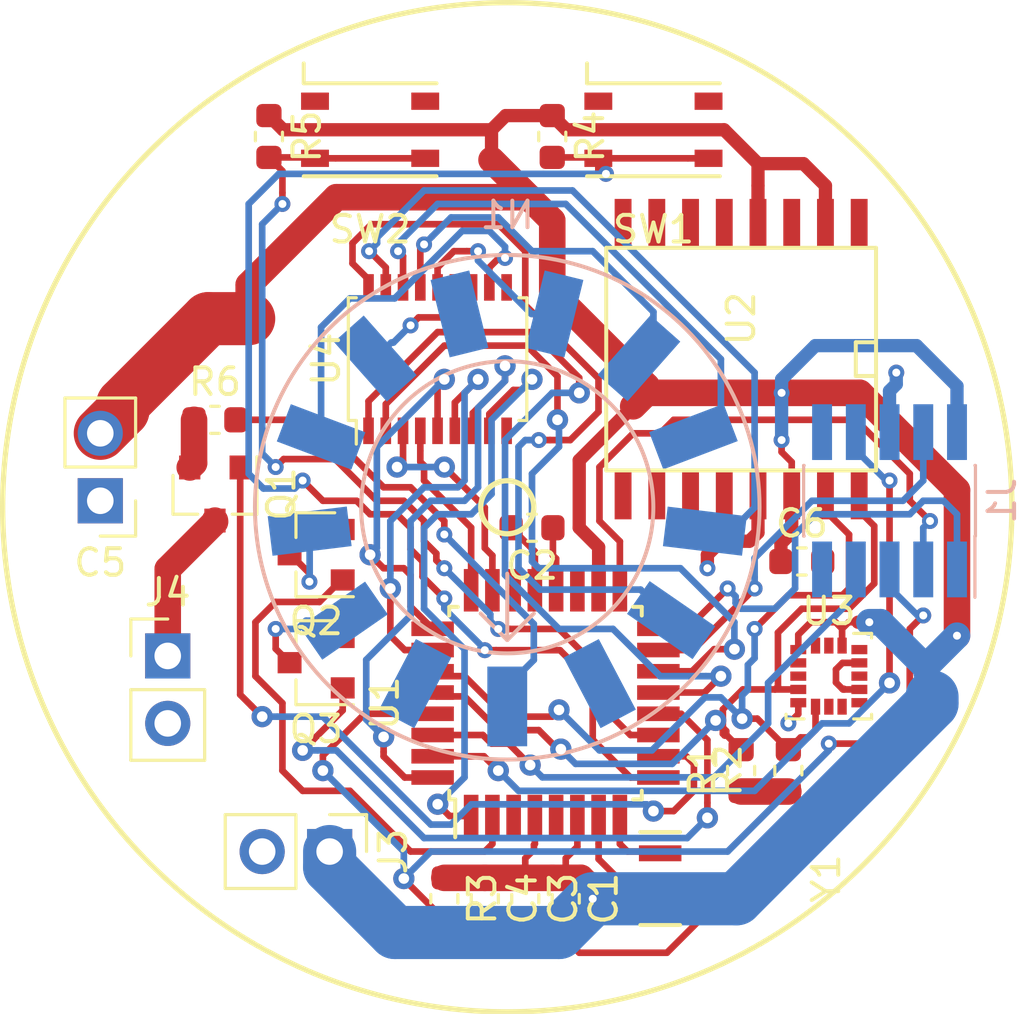
<source format=kicad_pcb>
(kicad_pcb (version 20171130) (host pcbnew "(5.0.2)-1")

  (general
    (thickness 1.6)
    (drawings 2)
    (tracks 630)
    (zones 0)
    (modules 26)
    (nets 40)
  )

  (page A4)
  (layers
    (0 F.Cu signal)
    (31 B.Cu signal)
    (32 B.Adhes user)
    (33 F.Adhes user)
    (34 B.Paste user)
    (35 F.Paste user)
    (36 B.SilkS user)
    (37 F.SilkS user)
    (38 B.Mask user)
    (39 F.Mask user)
    (40 Dwgs.User user)
    (41 Cmts.User user)
    (42 Eco1.User user)
    (43 Eco2.User user)
    (44 Edge.Cuts user)
    (45 Margin user)
    (46 B.CrtYd user)
    (47 F.CrtYd user)
    (48 B.Fab user)
    (49 F.Fab user)
  )

  (setup
    (last_trace_width 0.25)
    (user_trace_width 0.2)
    (user_trace_width 0.5)
    (user_trace_width 1)
    (user_trace_width 2)
    (trace_clearance 0.2)
    (zone_clearance 0.508)
    (zone_45_only no)
    (trace_min 0.2)
    (segment_width 0.2)
    (edge_width 0.15)
    (via_size 0.6)
    (via_drill 0.3)
    (via_min_size 0.4)
    (via_min_drill 0.3)
    (user_via 0.6 0.3)
    (user_via 0.8 0.4)
    (uvia_size 0.3)
    (uvia_drill 0.1)
    (uvias_allowed no)
    (uvia_min_size 0.2)
    (uvia_min_drill 0.1)
    (pcb_text_width 0.3)
    (pcb_text_size 1.5 1.5)
    (mod_edge_width 0.15)
    (mod_text_size 1 1)
    (mod_text_width 0.15)
    (pad_size 1.524 1.524)
    (pad_drill 0.762)
    (pad_to_mask_clearance 0.051)
    (solder_mask_min_width 0.25)
    (aux_axis_origin 0 0)
    (visible_elements 7FFDFFFF)
    (pcbplotparams
      (layerselection 0x010fc_ffffffff)
      (usegerberextensions false)
      (usegerberattributes false)
      (usegerberadvancedattributes false)
      (creategerberjobfile false)
      (excludeedgelayer true)
      (linewidth 0.100000)
      (plotframeref false)
      (viasonmask false)
      (mode 1)
      (useauxorigin false)
      (hpglpennumber 1)
      (hpglpenspeed 20)
      (hpglpendiameter 15.000000)
      (psnegative false)
      (psa4output false)
      (plotreference true)
      (plotvalue true)
      (plotinvisibletext false)
      (padsonsilk false)
      (subtractmaskfromsilk false)
      (outputformat 1)
      (mirror false)
      (drillshape 1)
      (scaleselection 1)
      (outputdirectory ""))
  )

  (net 0 "")
  (net 1 GND)
  (net 2 +BATT)
  (net 3 "Net-(C2-Pad1)")
  (net 4 /MISO)
  (net 5 /SCK)
  (net 6 /MOSI)
  (net 7 /RESET)
  (net 8 /RXD)
  (net 9 /TXD)
  (net 10 +HV)
  (net 11 "Net-(N1-Pad1)")
  (net 12 "Net-(N1-Pad2)")
  (net 13 "Net-(N1-Pad3)")
  (net 14 "Net-(N1-Pad4)")
  (net 15 "Net-(N1-Pad5)")
  (net 16 "Net-(N1-Pad6)")
  (net 17 "Net-(N1-Pad7)")
  (net 18 "Net-(N1-Pad8)")
  (net 19 "Net-(N1-Pad9)")
  (net 20 /NIX_ANODE)
  (net 21 "Net-(Q1-Pad2)")
  (net 22 /NIX_9)
  (net 23 /NIX_0)
  (net 24 /SCL)
  (net 25 /SDA)
  (net 26 /NIX_8)
  (net 27 "Net-(U1-Pad7)")
  (net 28 "Net-(U1-Pad8)")
  (net 29 /NIX_1)
  (net 30 /NIX_2)
  (net 31 /NIX_3)
  (net 32 /NIX_4)
  (net 33 /NIX_5)
  (net 34 /NIX_6)
  (net 35 /NIX_7)
  (net 36 "Net-(N1-Pad0)")
  (net 37 "Net-(N1-PadA)")
  (net 38 /SW_0)
  (net 39 /SW_1)

  (net_class Default "This is the default net class."
    (clearance 0.2)
    (trace_width 0.25)
    (via_dia 0.6)
    (via_drill 0.3)
    (uvia_dia 0.3)
    (uvia_drill 0.1)
    (add_net +BATT)
    (add_net +HV)
    (add_net /MISO)
    (add_net /MOSI)
    (add_net /NIX_0)
    (add_net /NIX_1)
    (add_net /NIX_2)
    (add_net /NIX_3)
    (add_net /NIX_4)
    (add_net /NIX_5)
    (add_net /NIX_6)
    (add_net /NIX_7)
    (add_net /NIX_8)
    (add_net /NIX_9)
    (add_net /NIX_ANODE)
    (add_net /RESET)
    (add_net /RXD)
    (add_net /SCK)
    (add_net /SCL)
    (add_net /SDA)
    (add_net /SW_0)
    (add_net /SW_1)
    (add_net /TXD)
    (add_net GND)
    (add_net "Net-(C2-Pad1)")
    (add_net "Net-(N1-Pad0)")
    (add_net "Net-(N1-Pad1)")
    (add_net "Net-(N1-Pad2)")
    (add_net "Net-(N1-Pad3)")
    (add_net "Net-(N1-Pad4)")
    (add_net "Net-(N1-Pad5)")
    (add_net "Net-(N1-Pad6)")
    (add_net "Net-(N1-Pad7)")
    (add_net "Net-(N1-Pad8)")
    (add_net "Net-(N1-Pad9)")
    (add_net "Net-(N1-PadA)")
    (add_net "Net-(Q1-Pad2)")
    (add_net "Net-(U1-Pad7)")
    (add_net "Net-(U1-Pad8)")
  )

  (net_class 0.5mm ""
    (clearance 0.2)
    (trace_width 0.5)
    (via_dia 0.8)
    (via_drill 0.4)
    (uvia_dia 0.3)
    (uvia_drill 0.1)
  )

  (net_class 1.0mm ""
    (clearance 0.2)
    (trace_width 1)
    (via_dia 0.8)
    (via_drill 0.4)
    (uvia_dia 0.3)
    (uvia_drill 0.1)
  )

  (net_class 2.0mm ""
    (clearance 0.2)
    (trace_width 2)
    (via_dia 0.8)
    (via_drill 0.4)
    (uvia_dia 0.3)
    (uvia_drill 0.1)
  )

  (module Package_LGA:LGA-16_3x3mm_P0.5mm_LayoutBorder3x5y (layer F.Cu) (tedit 5AE4FD82) (tstamp 5C5D4997)
    (at 102.108 86.36)
    (descr "LGA, 16 Pin (http://www.st.com/resource/en/datasheet/lis331hh.pdf), generated with kicad-footprint-generator ipc_lga_layoutBorder_generator.py")
    (tags "LGA LGA")
    (path /5C4A5D3C)
    (attr smd)
    (fp_text reference U3 (at 0 -2.45) (layer F.SilkS)
      (effects (font (size 1 1) (thickness 0.15)))
    )
    (fp_text value LIS3DHTR (at 0 2.45) (layer F.Fab)
      (effects (font (size 1 1) (thickness 0.15)))
    )
    (fp_line (start 0.935 -1.61) (end 1.61 -1.61) (layer F.SilkS) (width 0.12))
    (fp_line (start 1.61 -1.61) (end 1.61 -1.435) (layer F.SilkS) (width 0.12))
    (fp_line (start 0.935 1.61) (end 1.61 1.61) (layer F.SilkS) (width 0.12))
    (fp_line (start 1.61 1.61) (end 1.61 1.435) (layer F.SilkS) (width 0.12))
    (fp_line (start -0.935 1.61) (end -1.61 1.61) (layer F.SilkS) (width 0.12))
    (fp_line (start -1.61 1.61) (end -1.61 1.435) (layer F.SilkS) (width 0.12))
    (fp_line (start -0.75 -1.5) (end 1.5 -1.5) (layer F.Fab) (width 0.1))
    (fp_line (start 1.5 -1.5) (end 1.5 1.5) (layer F.Fab) (width 0.1))
    (fp_line (start 1.5 1.5) (end -1.5 1.5) (layer F.Fab) (width 0.1))
    (fp_line (start -1.5 1.5) (end -1.5 -0.75) (layer F.Fab) (width 0.1))
    (fp_line (start -1.5 -0.75) (end -0.75 -1.5) (layer F.Fab) (width 0.1))
    (fp_line (start -1.75 -1.75) (end -1.75 1.75) (layer F.CrtYd) (width 0.05))
    (fp_line (start -1.75 1.75) (end 1.75 1.75) (layer F.CrtYd) (width 0.05))
    (fp_line (start 1.75 1.75) (end 1.75 -1.75) (layer F.CrtYd) (width 0.05))
    (fp_line (start 1.75 -1.75) (end -1.75 -1.75) (layer F.CrtYd) (width 0.05))
    (fp_text user %R (at 0.254 0.064999) (layer F.Fab)
      (effects (font (size 0.75 0.75) (thickness 0.11)))
    )
    (pad 1 smd rect (at -1.15 -1) (size 0.6 0.35) (layers F.Cu F.Paste F.Mask)
      (net 2 +BATT))
    (pad 2 smd rect (at -1.15 -0.5) (size 0.6 0.35) (layers F.Cu F.Paste F.Mask))
    (pad 3 smd rect (at -1.15 0) (size 0.6 0.35) (layers F.Cu F.Paste F.Mask))
    (pad 4 smd rect (at -1.15 0.5) (size 0.6 0.35) (layers F.Cu F.Paste F.Mask)
      (net 24 /SCL))
    (pad 5 smd rect (at -1.15 1) (size 0.6 0.35) (layers F.Cu F.Paste F.Mask)
      (net 1 GND))
    (pad 6 smd rect (at -0.5 1.15) (size 0.35 0.6) (layers F.Cu F.Paste F.Mask)
      (net 25 /SDA))
    (pad 7 smd rect (at 0 1.15) (size 0.35 0.6) (layers F.Cu F.Paste F.Mask))
    (pad 8 smd rect (at 0.5 1.15) (size 0.35 0.6) (layers F.Cu F.Paste F.Mask))
    (pad 9 smd rect (at 1.15 1) (size 0.6 0.35) (layers F.Cu F.Paste F.Mask))
    (pad 10 smd rect (at 1.15 0.5) (size 0.6 0.35) (layers F.Cu F.Paste F.Mask)
      (net 1 GND))
    (pad 11 smd rect (at 1.15 0) (size 0.6 0.35) (layers F.Cu F.Paste F.Mask))
    (pad 12 smd rect (at 1.15 -0.5) (size 0.6 0.35) (layers F.Cu F.Paste F.Mask)
      (net 1 GND))
    (pad 13 smd rect (at 1.15 -1) (size 0.6 0.35) (layers F.Cu F.Paste F.Mask))
    (pad 14 smd rect (at 0.5 -1.15) (size 0.35 0.6) (layers F.Cu F.Paste F.Mask)
      (net 2 +BATT))
    (pad 15 smd rect (at 0 -1.15) (size 0.35 0.6) (layers F.Cu F.Paste F.Mask))
    (pad 16 smd rect (at -0.5 -1.15) (size 0.35 0.6) (layers F.Cu F.Paste F.Mask))
    (model ${KISYS3DMOD}/Package_LGA.3dshapes/LGA-16_3x3mm_P0.5mm_LayoutBorder3x5y.wrl
      (at (xyz 0 0 0))
      (scale (xyz 1 1 1))
      (rotate (xyz 0 0 0))
    )
  )

  (module NixieHourGlass:IN-14_SMD (layer B.Cu) (tedit 5C53BB0D) (tstamp 5C5D4869)
    (at 90 80)
    (path /5C4155AF)
    (fp_text reference N1 (at 0 -11) (layer B.SilkS)
      (effects (font (size 1 1) (thickness 0.15)) (justify mirror))
    )
    (fp_text value IN-14 (at 0.932 10.424) (layer B.Fab)
      (effects (font (size 1 1) (thickness 0.15)) (justify mirror))
    )
    (fp_circle (center 0 0) (end 0 -9.5) (layer B.SilkS) (width 0.15))
    (fp_line (start 0 3) (end 0 2.5) (layer B.SilkS) (width 0.15))
    (fp_line (start 0.5 4.5) (end 1 4) (layer B.SilkS) (width 0.15))
    (fp_line (start -0.5 4.5) (end -1 4) (layer B.SilkS) (width 0.15))
    (fp_line (start 0 5) (end 0.5 4.5) (layer B.SilkS) (width 0.15))
    (fp_line (start 0 5) (end -0.5 4.5) (layer B.SilkS) (width 0.15))
    (fp_line (start 0 3) (end 0 5) (layer B.SilkS) (width 0.15))
    (fp_circle (center 0 0) (end 5.5 0) (layer B.SilkS) (width 0.15))
    (pad RHDP smd rect (at -3.47 6.64 332.4) (size 1.5 3) (layers B.Cu B.Paste B.Mask))
    (pad 0 smd rect (at -6.16 4.27 304.7) (size 1.5 3) (layers B.Cu B.Paste B.Mask)
      (net 36 "Net-(N1-Pad0)"))
    (pad 9 smd rect (at -7.44 0.9 277) (size 1.5 3) (layers B.Cu B.Paste B.Mask)
      (net 19 "Net-(N1-Pad9)"))
    (pad 8 smd rect (at -7.01 -2.65 249.3) (size 1.5 3) (layers B.Cu B.Paste B.Mask)
      (net 18 "Net-(N1-Pad8)"))
    (pad 7 smd rect (at -4.97 -5.6 221.6) (size 1.5 3) (layers B.Cu B.Paste B.Mask)
      (net 17 "Net-(N1-Pad7)"))
    (pad 6 smd rect (at -1.8 -7.28 193.9) (size 1.5 3) (layers B.Cu B.Paste B.Mask)
      (net 16 "Net-(N1-Pad6)"))
    (pad 5 smd rect (at 1.78 -7.28 166.2) (size 1.5 3) (layers B.Cu B.Paste B.Mask)
      (net 15 "Net-(N1-Pad5)"))
    (pad 4 smd rect (at 4.96 -5.61 138.5) (size 1.5 3) (layers B.Cu B.Paste B.Mask)
      (net 14 "Net-(N1-Pad4)"))
    (pad 3 smd rect (at 7.01 -2.66 110.8) (size 1.5 3) (layers B.Cu B.Paste B.Mask)
      (net 13 "Net-(N1-Pad3)"))
    (pad 2 smd rect (at 7.44 0.9 83.1) (size 1.5 3) (layers B.Cu B.Paste B.Mask)
      (net 12 "Net-(N1-Pad2)"))
    (pad 1 smd rect (at 6.17 4.25 55.4) (size 1.5 3) (layers B.Cu B.Paste B.Mask)
      (net 11 "Net-(N1-Pad1)"))
    (pad LHDP smd rect (at 3.48 6.64 27.7) (size 1.5 3) (layers B.Cu B.Paste B.Mask))
    (pad A smd rect (at 0 7.5) (size 1.5 3) (layers B.Cu B.Paste B.Mask)
      (net 37 "Net-(N1-PadA)"))
  )

  (module Pin_Headers:Pin_Header_Straight_2x05_Pitch1.27mm_SMD (layer B.Cu) (tedit 588DAF37) (tstamp 5C5D4828)
    (at 104.394 79.756 90)
    (descr "surface-mounted straight pin header, 2x05, 1.27mm pitch, double rows")
    (tags "Surface mounted pin header SMD 2x05 1.27mm double row")
    (path /5C5BFADA)
    (attr smd)
    (fp_text reference J1 (at 0 4.235 90) (layer B.SilkS)
      (effects (font (size 1 1) (thickness 0.15)) (justify mirror))
    )
    (fp_text value Conn_02x05_Odd_Even (at 0 -4.235 90) (layer B.Fab)
      (effects (font (size 1 1) (thickness 0.15)) (justify mirror))
    )
    (fp_line (start -1.27 3.175) (end -1.27 -3.175) (layer B.Fab) (width 0.1))
    (fp_line (start -1.27 -3.175) (end 1.27 -3.175) (layer B.Fab) (width 0.1))
    (fp_line (start 1.27 -3.175) (end 1.27 3.175) (layer B.Fab) (width 0.1))
    (fp_line (start 1.27 3.175) (end -1.27 3.175) (layer B.Fab) (width 0.1))
    (fp_line (start -1.27 2.74) (end -1.27 2.34) (layer B.Fab) (width 0.1))
    (fp_line (start -1.27 2.34) (end -2.555 2.34) (layer B.Fab) (width 0.1))
    (fp_line (start -2.555 2.34) (end -2.555 2.74) (layer B.Fab) (width 0.1))
    (fp_line (start -2.555 2.74) (end -1.27 2.74) (layer B.Fab) (width 0.1))
    (fp_line (start 1.27 2.74) (end 1.27 2.34) (layer B.Fab) (width 0.1))
    (fp_line (start 1.27 2.34) (end 2.555 2.34) (layer B.Fab) (width 0.1))
    (fp_line (start 2.555 2.34) (end 2.555 2.74) (layer B.Fab) (width 0.1))
    (fp_line (start 2.555 2.74) (end 1.27 2.74) (layer B.Fab) (width 0.1))
    (fp_line (start -1.27 1.47) (end -1.27 1.07) (layer B.Fab) (width 0.1))
    (fp_line (start -1.27 1.07) (end -2.555 1.07) (layer B.Fab) (width 0.1))
    (fp_line (start -2.555 1.07) (end -2.555 1.47) (layer B.Fab) (width 0.1))
    (fp_line (start -2.555 1.47) (end -1.27 1.47) (layer B.Fab) (width 0.1))
    (fp_line (start 1.27 1.47) (end 1.27 1.07) (layer B.Fab) (width 0.1))
    (fp_line (start 1.27 1.07) (end 2.555 1.07) (layer B.Fab) (width 0.1))
    (fp_line (start 2.555 1.07) (end 2.555 1.47) (layer B.Fab) (width 0.1))
    (fp_line (start 2.555 1.47) (end 1.27 1.47) (layer B.Fab) (width 0.1))
    (fp_line (start -1.27 0.2) (end -1.27 -0.2) (layer B.Fab) (width 0.1))
    (fp_line (start -1.27 -0.2) (end -2.555 -0.2) (layer B.Fab) (width 0.1))
    (fp_line (start -2.555 -0.2) (end -2.555 0.2) (layer B.Fab) (width 0.1))
    (fp_line (start -2.555 0.2) (end -1.27 0.2) (layer B.Fab) (width 0.1))
    (fp_line (start 1.27 0.2) (end 1.27 -0.2) (layer B.Fab) (width 0.1))
    (fp_line (start 1.27 -0.2) (end 2.555 -0.2) (layer B.Fab) (width 0.1))
    (fp_line (start 2.555 -0.2) (end 2.555 0.2) (layer B.Fab) (width 0.1))
    (fp_line (start 2.555 0.2) (end 1.27 0.2) (layer B.Fab) (width 0.1))
    (fp_line (start -1.27 -1.07) (end -1.27 -1.47) (layer B.Fab) (width 0.1))
    (fp_line (start -1.27 -1.47) (end -2.555 -1.47) (layer B.Fab) (width 0.1))
    (fp_line (start -2.555 -1.47) (end -2.555 -1.07) (layer B.Fab) (width 0.1))
    (fp_line (start -2.555 -1.07) (end -1.27 -1.07) (layer B.Fab) (width 0.1))
    (fp_line (start 1.27 -1.07) (end 1.27 -1.47) (layer B.Fab) (width 0.1))
    (fp_line (start 1.27 -1.47) (end 2.555 -1.47) (layer B.Fab) (width 0.1))
    (fp_line (start 2.555 -1.47) (end 2.555 -1.07) (layer B.Fab) (width 0.1))
    (fp_line (start 2.555 -1.07) (end 1.27 -1.07) (layer B.Fab) (width 0.1))
    (fp_line (start -1.27 -2.34) (end -1.27 -2.74) (layer B.Fab) (width 0.1))
    (fp_line (start -1.27 -2.74) (end -2.555 -2.74) (layer B.Fab) (width 0.1))
    (fp_line (start -2.555 -2.74) (end -2.555 -2.34) (layer B.Fab) (width 0.1))
    (fp_line (start -2.555 -2.34) (end -1.27 -2.34) (layer B.Fab) (width 0.1))
    (fp_line (start 1.27 -2.34) (end 1.27 -2.74) (layer B.Fab) (width 0.1))
    (fp_line (start 1.27 -2.74) (end 2.555 -2.74) (layer B.Fab) (width 0.1))
    (fp_line (start 2.555 -2.74) (end 2.555 -2.34) (layer B.Fab) (width 0.1))
    (fp_line (start 2.555 -2.34) (end 1.27 -2.34) (layer B.Fab) (width 0.1))
    (fp_line (start -1.33 3.215) (end -1.33 3.235) (layer B.SilkS) (width 0.12))
    (fp_line (start -1.33 3.235) (end 1.33 3.235) (layer B.SilkS) (width 0.12))
    (fp_line (start 1.33 3.235) (end 1.33 3.215) (layer B.SilkS) (width 0.12))
    (fp_line (start -1.33 -3.215) (end -1.33 -3.235) (layer B.SilkS) (width 0.12))
    (fp_line (start -1.33 -3.235) (end 1.33 -3.235) (layer B.SilkS) (width 0.12))
    (fp_line (start 1.33 -3.235) (end 1.33 -3.215) (layer B.SilkS) (width 0.12))
    (fp_line (start -3.635 3.215) (end -1.33 3.215) (layer B.SilkS) (width 0.12))
    (fp_line (start -3.9 3.45) (end -3.9 -3.45) (layer B.CrtYd) (width 0.05))
    (fp_line (start -3.9 -3.45) (end 3.9 -3.45) (layer B.CrtYd) (width 0.05))
    (fp_line (start 3.9 -3.45) (end 3.9 3.45) (layer B.CrtYd) (width 0.05))
    (fp_line (start 3.9 3.45) (end -3.9 3.45) (layer B.CrtYd) (width 0.05))
    (pad 1 smd rect (at -2.585 2.54 90) (size 2.1 0.75) (layers B.Cu B.Mask)
      (net 4 /MISO))
    (pad 2 smd rect (at 2.585 2.54 90) (size 2.1 0.75) (layers B.Cu B.Mask)
      (net 2 +BATT))
    (pad 3 smd rect (at -2.585 1.27 90) (size 2.1 0.75) (layers B.Cu B.Mask)
      (net 5 /SCK))
    (pad 4 smd rect (at 2.585 1.27 90) (size 2.1 0.75) (layers B.Cu B.Mask)
      (net 6 /MOSI))
    (pad 5 smd rect (at -2.585 0 90) (size 2.1 0.75) (layers B.Cu B.Mask)
      (net 7 /RESET))
    (pad 6 smd rect (at 2.585 0 90) (size 2.1 0.75) (layers B.Cu B.Mask)
      (net 1 GND))
    (pad 7 smd rect (at -2.585 -1.27 90) (size 2.1 0.75) (layers B.Cu B.Mask)
      (net 8 /RXD))
    (pad 8 smd rect (at 2.585 -1.27 90) (size 2.1 0.75) (layers B.Cu B.Mask)
      (net 9 /TXD))
    (pad 9 smd rect (at -2.585 -2.54 90) (size 2.1 0.75) (layers B.Cu B.Mask))
    (pad 10 smd rect (at 2.585 -2.54 90) (size 2.1 0.75) (layers B.Cu B.Mask))
    (model Pin_Headers.3dshapes/Pin_Header_Straight_2x05_Pitch1.27mm_SMD.wrl
      (at (xyz 0 0 0))
      (scale (xyz 1 1 1))
      (rotate (xyz 0 0 0))
    )
  )

  (module Pin_Headers:Pin_Header_Straight_1x02_Pitch2.54mm (layer F.Cu) (tedit 5862ED52) (tstamp 5C548A3B)
    (at 83.312 92.964 270)
    (descr "Through hole straight pin header, 1x02, 2.54mm pitch, single row")
    (tags "Through hole pin header THT 1x02 2.54mm single row")
    (path /5C4C8F57)
    (fp_text reference J3 (at 0 -2.39 270) (layer F.SilkS)
      (effects (font (size 1 1) (thickness 0.15)))
    )
    (fp_text value VBAT_OUT (at 0 4.93 270) (layer F.Fab)
      (effects (font (size 1 1) (thickness 0.15)))
    )
    (fp_line (start -1.27 -1.27) (end -1.27 3.81) (layer F.Fab) (width 0.1))
    (fp_line (start -1.27 3.81) (end 1.27 3.81) (layer F.Fab) (width 0.1))
    (fp_line (start 1.27 3.81) (end 1.27 -1.27) (layer F.Fab) (width 0.1))
    (fp_line (start 1.27 -1.27) (end -1.27 -1.27) (layer F.Fab) (width 0.1))
    (fp_line (start -1.39 1.27) (end -1.39 3.93) (layer F.SilkS) (width 0.12))
    (fp_line (start -1.39 3.93) (end 1.39 3.93) (layer F.SilkS) (width 0.12))
    (fp_line (start 1.39 3.93) (end 1.39 1.27) (layer F.SilkS) (width 0.12))
    (fp_line (start 1.39 1.27) (end -1.39 1.27) (layer F.SilkS) (width 0.12))
    (fp_line (start -1.39 0) (end -1.39 -1.39) (layer F.SilkS) (width 0.12))
    (fp_line (start -1.39 -1.39) (end 0 -1.39) (layer F.SilkS) (width 0.12))
    (fp_line (start -1.6 -1.6) (end -1.6 4.1) (layer F.CrtYd) (width 0.05))
    (fp_line (start -1.6 4.1) (end 1.6 4.1) (layer F.CrtYd) (width 0.05))
    (fp_line (start 1.6 4.1) (end 1.6 -1.6) (layer F.CrtYd) (width 0.05))
    (fp_line (start 1.6 -1.6) (end -1.6 -1.6) (layer F.CrtYd) (width 0.05))
    (pad 1 thru_hole rect (at 0 0 270) (size 1.7 1.7) (drill 1) (layers *.Cu *.Mask)
      (net 2 +BATT))
    (pad 2 thru_hole oval (at 0 2.54 270) (size 1.7 1.7) (drill 1) (layers *.Cu *.Mask)
      (net 1 GND))
    (model Pin_Headers.3dshapes/Pin_Header_Straight_1x02_Pitch2.54mm.wrl
      (offset (xyz 0 -1.269999980926514 0))
      (scale (xyz 1 1 1))
      (rotate (xyz 0 0 90))
    )
  )

  (module Pin_Headers:Pin_Header_Straight_1x02_Pitch2.54mm (layer F.Cu) (tedit 5862ED52) (tstamp 5C5D4850)
    (at 77.216 85.598)
    (descr "Through hole straight pin header, 1x02, 2.54mm pitch, single row")
    (tags "Through hole pin header THT 1x02 2.54mm single row")
    (path /5C4BA536)
    (fp_text reference J4 (at 0 -2.39) (layer F.SilkS)
      (effects (font (size 1 1) (thickness 0.15)))
    )
    (fp_text value HV_IN (at 0 4.93) (layer F.Fab)
      (effects (font (size 1 1) (thickness 0.15)))
    )
    (fp_line (start 1.6 -1.6) (end -1.6 -1.6) (layer F.CrtYd) (width 0.05))
    (fp_line (start 1.6 4.1) (end 1.6 -1.6) (layer F.CrtYd) (width 0.05))
    (fp_line (start -1.6 4.1) (end 1.6 4.1) (layer F.CrtYd) (width 0.05))
    (fp_line (start -1.6 -1.6) (end -1.6 4.1) (layer F.CrtYd) (width 0.05))
    (fp_line (start -1.39 -1.39) (end 0 -1.39) (layer F.SilkS) (width 0.12))
    (fp_line (start -1.39 0) (end -1.39 -1.39) (layer F.SilkS) (width 0.12))
    (fp_line (start 1.39 1.27) (end -1.39 1.27) (layer F.SilkS) (width 0.12))
    (fp_line (start 1.39 3.93) (end 1.39 1.27) (layer F.SilkS) (width 0.12))
    (fp_line (start -1.39 3.93) (end 1.39 3.93) (layer F.SilkS) (width 0.12))
    (fp_line (start -1.39 1.27) (end -1.39 3.93) (layer F.SilkS) (width 0.12))
    (fp_line (start 1.27 -1.27) (end -1.27 -1.27) (layer F.Fab) (width 0.1))
    (fp_line (start 1.27 3.81) (end 1.27 -1.27) (layer F.Fab) (width 0.1))
    (fp_line (start -1.27 3.81) (end 1.27 3.81) (layer F.Fab) (width 0.1))
    (fp_line (start -1.27 -1.27) (end -1.27 3.81) (layer F.Fab) (width 0.1))
    (pad 2 thru_hole oval (at 0 2.54) (size 1.7 1.7) (drill 1) (layers *.Cu *.Mask)
      (net 1 GND))
    (pad 1 thru_hole rect (at 0 0) (size 1.7 1.7) (drill 1) (layers *.Cu *.Mask)
      (net 10 +HV))
    (model Pin_Headers.3dshapes/Pin_Header_Straight_1x02_Pitch2.54mm.wrl
      (offset (xyz 0 -1.269999980926514 0))
      (scale (xyz 1 1 1))
      (rotate (xyz 0 0 90))
    )
  )

  (module TO_SOT_SMD:SOT-23 (layer F.Cu) (tedit 5883B105) (tstamp 5C5D487D)
    (at 78.994 79.502 270)
    (descr "SOT-23, Standard")
    (tags SOT-23)
    (path /5C45D885)
    (attr smd)
    (fp_text reference Q1 (at 0 -2.5 270) (layer F.SilkS)
      (effects (font (size 1 1) (thickness 0.15)))
    )
    (fp_text value Q_NPN_BEC (at 0 2.5 270) (layer F.Fab)
      (effects (font (size 1 1) (thickness 0.15)))
    )
    (fp_line (start -0.7 -0.95) (end -0.7 1.5) (layer F.Fab) (width 0.1))
    (fp_line (start -0.15 -1.52) (end 0.7 -1.52) (layer F.Fab) (width 0.1))
    (fp_line (start -0.7 -0.95) (end -0.15 -1.52) (layer F.Fab) (width 0.1))
    (fp_line (start 0.7 -1.52) (end 0.7 1.52) (layer F.Fab) (width 0.1))
    (fp_line (start -0.7 1.52) (end 0.7 1.52) (layer F.Fab) (width 0.1))
    (fp_line (start 0.76 1.58) (end 0.76 0.65) (layer F.SilkS) (width 0.12))
    (fp_line (start 0.76 -1.58) (end 0.76 -0.65) (layer F.SilkS) (width 0.12))
    (fp_line (start -1.7 -1.75) (end 1.7 -1.75) (layer F.CrtYd) (width 0.05))
    (fp_line (start 1.7 -1.75) (end 1.7 1.75) (layer F.CrtYd) (width 0.05))
    (fp_line (start 1.7 1.75) (end -1.7 1.75) (layer F.CrtYd) (width 0.05))
    (fp_line (start -1.7 1.75) (end -1.7 -1.75) (layer F.CrtYd) (width 0.05))
    (fp_line (start 0.76 -1.58) (end -1.4 -1.58) (layer F.SilkS) (width 0.12))
    (fp_line (start 0.76 1.58) (end -0.7 1.58) (layer F.SilkS) (width 0.12))
    (pad 1 smd rect (at -1 -0.95 270) (size 0.9 0.8) (layers F.Cu F.Paste F.Mask)
      (net 20 /NIX_ANODE))
    (pad 2 smd rect (at -1 0.95 270) (size 0.9 0.8) (layers F.Cu F.Paste F.Mask)
      (net 21 "Net-(Q1-Pad2)"))
    (pad 3 smd rect (at 1 0 270) (size 0.9 0.8) (layers F.Cu F.Paste F.Mask)
      (net 10 +HV))
    (model TO_SOT_Packages_SMD.3dshapes/SOT-23.wrl
      (at (xyz 0 0 0))
      (scale (xyz 1 1 1))
      (rotate (xyz 0 0 90))
    )
  )

  (module TO_SOT_SMD:SOT-23 (layer F.Cu) (tedit 5883B105) (tstamp 5C5D4891)
    (at 82.804 81.788 180)
    (descr "SOT-23, Standard")
    (tags SOT-23)
    (path /5C461ED6)
    (attr smd)
    (fp_text reference Q2 (at 0 -2.5 180) (layer F.SilkS)
      (effects (font (size 1 1) (thickness 0.15)))
    )
    (fp_text value MMBTA42 (at 0 2.5 180) (layer F.Fab)
      (effects (font (size 1 1) (thickness 0.15)))
    )
    (fp_line (start 0.76 1.58) (end -0.7 1.58) (layer F.SilkS) (width 0.12))
    (fp_line (start 0.76 -1.58) (end -1.4 -1.58) (layer F.SilkS) (width 0.12))
    (fp_line (start -1.7 1.75) (end -1.7 -1.75) (layer F.CrtYd) (width 0.05))
    (fp_line (start 1.7 1.75) (end -1.7 1.75) (layer F.CrtYd) (width 0.05))
    (fp_line (start 1.7 -1.75) (end 1.7 1.75) (layer F.CrtYd) (width 0.05))
    (fp_line (start -1.7 -1.75) (end 1.7 -1.75) (layer F.CrtYd) (width 0.05))
    (fp_line (start 0.76 -1.58) (end 0.76 -0.65) (layer F.SilkS) (width 0.12))
    (fp_line (start 0.76 1.58) (end 0.76 0.65) (layer F.SilkS) (width 0.12))
    (fp_line (start -0.7 1.52) (end 0.7 1.52) (layer F.Fab) (width 0.1))
    (fp_line (start 0.7 -1.52) (end 0.7 1.52) (layer F.Fab) (width 0.1))
    (fp_line (start -0.7 -0.95) (end -0.15 -1.52) (layer F.Fab) (width 0.1))
    (fp_line (start -0.15 -1.52) (end 0.7 -1.52) (layer F.Fab) (width 0.1))
    (fp_line (start -0.7 -0.95) (end -0.7 1.5) (layer F.Fab) (width 0.1))
    (pad 3 smd rect (at 1 0 180) (size 0.9 0.8) (layers F.Cu F.Paste F.Mask)
      (net 19 "Net-(N1-Pad9)"))
    (pad 2 smd rect (at -1 0.95 180) (size 0.9 0.8) (layers F.Cu F.Paste F.Mask)
      (net 1 GND))
    (pad 1 smd rect (at -1 -0.95 180) (size 0.9 0.8) (layers F.Cu F.Paste F.Mask)
      (net 22 /NIX_9))
    (model TO_SOT_Packages_SMD.3dshapes/SOT-23.wrl
      (at (xyz 0 0 0))
      (scale (xyz 1 1 1))
      (rotate (xyz 0 0 90))
    )
  )

  (module TO_SOT_SMD:SOT-23 (layer F.Cu) (tedit 5883B105) (tstamp 5C5D48A5)
    (at 82.804 85.852 180)
    (descr "SOT-23, Standard")
    (tags SOT-23)
    (path /5C461F72)
    (attr smd)
    (fp_text reference Q3 (at 0 -2.5 180) (layer F.SilkS)
      (effects (font (size 1 1) (thickness 0.15)))
    )
    (fp_text value MMBTA42 (at 0 2.5 180) (layer F.Fab)
      (effects (font (size 1 1) (thickness 0.15)))
    )
    (fp_line (start -0.7 -0.95) (end -0.7 1.5) (layer F.Fab) (width 0.1))
    (fp_line (start -0.15 -1.52) (end 0.7 -1.52) (layer F.Fab) (width 0.1))
    (fp_line (start -0.7 -0.95) (end -0.15 -1.52) (layer F.Fab) (width 0.1))
    (fp_line (start 0.7 -1.52) (end 0.7 1.52) (layer F.Fab) (width 0.1))
    (fp_line (start -0.7 1.52) (end 0.7 1.52) (layer F.Fab) (width 0.1))
    (fp_line (start 0.76 1.58) (end 0.76 0.65) (layer F.SilkS) (width 0.12))
    (fp_line (start 0.76 -1.58) (end 0.76 -0.65) (layer F.SilkS) (width 0.12))
    (fp_line (start -1.7 -1.75) (end 1.7 -1.75) (layer F.CrtYd) (width 0.05))
    (fp_line (start 1.7 -1.75) (end 1.7 1.75) (layer F.CrtYd) (width 0.05))
    (fp_line (start 1.7 1.75) (end -1.7 1.75) (layer F.CrtYd) (width 0.05))
    (fp_line (start -1.7 1.75) (end -1.7 -1.75) (layer F.CrtYd) (width 0.05))
    (fp_line (start 0.76 -1.58) (end -1.4 -1.58) (layer F.SilkS) (width 0.12))
    (fp_line (start 0.76 1.58) (end -0.7 1.58) (layer F.SilkS) (width 0.12))
    (pad 1 smd rect (at -1 -0.95 180) (size 0.9 0.8) (layers F.Cu F.Paste F.Mask)
      (net 23 /NIX_0))
    (pad 2 smd rect (at -1 0.95 180) (size 0.9 0.8) (layers F.Cu F.Paste F.Mask)
      (net 1 GND))
    (pad 3 smd rect (at 1 0 180) (size 0.9 0.8) (layers F.Cu F.Paste F.Mask)
      (net 36 "Net-(N1-Pad0)"))
    (model TO_SOT_Packages_SMD.3dshapes/SOT-23.wrl
      (at (xyz 0 0 0))
      (scale (xyz 1 1 1))
      (rotate (xyz 0 0 90))
    )
  )

  (module NixieHourGlass:SW_Tactile_SKRPACE010 (layer F.Cu) (tedit 5C51201A) (tstamp 5C5D4916)
    (at 95.504 65.786)
    (path /5C51921F)
    (fp_text reference SW1 (at 0 3.75) (layer F.SilkS)
      (effects (font (size 1 1) (thickness 0.15)))
    )
    (fp_text value SKRPACE010 (at 0.5 -5.75) (layer F.Fab)
      (effects (font (size 1 1) (thickness 0.15)))
    )
    (fp_line (start -2.5 -1.75) (end 2.5 -1.75) (layer F.SilkS) (width 0.15))
    (fp_line (start -2.5 1.75) (end 2.5 1.75) (layer F.SilkS) (width 0.15))
    (fp_line (start -2.5 -1.75) (end -2.5 -2.5) (layer F.SilkS) (width 0.15))
    (pad 1 smd rect (at -2.075 -1.075) (size 1.05 0.65) (layers F.Cu F.Paste F.Mask)
      (net 1 GND))
    (pad 2 smd rect (at 2.075 -1.075) (size 1.05 0.65) (layers F.Cu F.Paste F.Mask)
      (net 1 GND))
    (pad 3 smd rect (at -2.075 1.075) (size 1.05 0.65) (layers F.Cu F.Paste F.Mask)
      (net 38 /SW_0))
    (pad 4 smd rect (at 2.075 1.075) (size 1.05 0.65) (layers F.Cu F.Paste F.Mask)
      (net 38 /SW_0))
  )

  (module NixieHourGlass:SW_Tactile_SKRPACE010 (layer F.Cu) (tedit 5C51201A) (tstamp 5C5D4921)
    (at 84.836 65.786)
    (path /5C5192AB)
    (fp_text reference SW2 (at 0 3.75) (layer F.SilkS)
      (effects (font (size 1 1) (thickness 0.15)))
    )
    (fp_text value SKRPACE010 (at 0.5 -5.75) (layer F.Fab)
      (effects (font (size 1 1) (thickness 0.15)))
    )
    (fp_line (start -2.5 -1.75) (end -2.5 -2.5) (layer F.SilkS) (width 0.15))
    (fp_line (start -2.5 1.75) (end 2.5 1.75) (layer F.SilkS) (width 0.15))
    (fp_line (start -2.5 -1.75) (end 2.5 -1.75) (layer F.SilkS) (width 0.15))
    (pad 4 smd rect (at 2.075 1.075) (size 1.05 0.65) (layers F.Cu F.Paste F.Mask)
      (net 39 /SW_1))
    (pad 3 smd rect (at -2.075 1.075) (size 1.05 0.65) (layers F.Cu F.Paste F.Mask)
      (net 39 /SW_1))
    (pad 2 smd rect (at 2.075 -1.075) (size 1.05 0.65) (layers F.Cu F.Paste F.Mask)
      (net 1 GND))
    (pad 1 smd rect (at -2.075 -1.075) (size 1.05 0.65) (layers F.Cu F.Paste F.Mask)
      (net 1 GND))
  )

  (module Package_QFP:TQFP-32_7x7mm_P0.8mm (layer F.Cu) (tedit 5A02F146) (tstamp 5C5D4958)
    (at 91.44 87.376 90)
    (descr "32-Lead Plastic Thin Quad Flatpack (PT) - 7x7x1.0 mm Body, 2.00 mm [TQFP] (see Microchip Packaging Specification 00000049BS.pdf)")
    (tags "QFP 0.8")
    (path /5C416B84)
    (attr smd)
    (fp_text reference U1 (at 0 -6.05 90) (layer F.SilkS)
      (effects (font (size 1 1) (thickness 0.15)))
    )
    (fp_text value ATmega328P-AU (at 0 6.05 90) (layer F.Fab)
      (effects (font (size 1 1) (thickness 0.15)))
    )
    (fp_text user %R (at 0 0 90) (layer F.Fab)
      (effects (font (size 1 1) (thickness 0.15)))
    )
    (fp_line (start -2.5 -3.5) (end 3.5 -3.5) (layer F.Fab) (width 0.15))
    (fp_line (start 3.5 -3.5) (end 3.5 3.5) (layer F.Fab) (width 0.15))
    (fp_line (start 3.5 3.5) (end -3.5 3.5) (layer F.Fab) (width 0.15))
    (fp_line (start -3.5 3.5) (end -3.5 -2.5) (layer F.Fab) (width 0.15))
    (fp_line (start -3.5 -2.5) (end -2.5 -3.5) (layer F.Fab) (width 0.15))
    (fp_line (start -5.3 -5.3) (end -5.3 5.3) (layer F.CrtYd) (width 0.05))
    (fp_line (start 5.3 -5.3) (end 5.3 5.3) (layer F.CrtYd) (width 0.05))
    (fp_line (start -5.3 -5.3) (end 5.3 -5.3) (layer F.CrtYd) (width 0.05))
    (fp_line (start -5.3 5.3) (end 5.3 5.3) (layer F.CrtYd) (width 0.05))
    (fp_line (start -3.625 -3.625) (end -3.625 -3.4) (layer F.SilkS) (width 0.15))
    (fp_line (start 3.625 -3.625) (end 3.625 -3.3) (layer F.SilkS) (width 0.15))
    (fp_line (start 3.625 3.625) (end 3.625 3.3) (layer F.SilkS) (width 0.15))
    (fp_line (start -3.625 3.625) (end -3.625 3.3) (layer F.SilkS) (width 0.15))
    (fp_line (start -3.625 -3.625) (end -3.3 -3.625) (layer F.SilkS) (width 0.15))
    (fp_line (start -3.625 3.625) (end -3.3 3.625) (layer F.SilkS) (width 0.15))
    (fp_line (start 3.625 3.625) (end 3.3 3.625) (layer F.SilkS) (width 0.15))
    (fp_line (start 3.625 -3.625) (end 3.3 -3.625) (layer F.SilkS) (width 0.15))
    (fp_line (start -3.625 -3.4) (end -5.05 -3.4) (layer F.SilkS) (width 0.15))
    (pad 1 smd rect (at -4.25 -2.8 90) (size 1.6 0.55) (layers F.Cu F.Paste F.Mask)
      (net 26 /NIX_8))
    (pad 2 smd rect (at -4.25 -2 90) (size 1.6 0.55) (layers F.Cu F.Paste F.Mask)
      (net 22 /NIX_9))
    (pad 3 smd rect (at -4.25 -1.2 90) (size 1.6 0.55) (layers F.Cu F.Paste F.Mask)
      (net 1 GND))
    (pad 4 smd rect (at -4.25 -0.4 90) (size 1.6 0.55) (layers F.Cu F.Paste F.Mask)
      (net 2 +BATT))
    (pad 5 smd rect (at -4.25 0.4 90) (size 1.6 0.55) (layers F.Cu F.Paste F.Mask)
      (net 1 GND))
    (pad 6 smd rect (at -4.25 1.2 90) (size 1.6 0.55) (layers F.Cu F.Paste F.Mask)
      (net 2 +BATT))
    (pad 7 smd rect (at -4.25 2 90) (size 1.6 0.55) (layers F.Cu F.Paste F.Mask)
      (net 27 "Net-(U1-Pad7)"))
    (pad 8 smd rect (at -4.25 2.8 90) (size 1.6 0.55) (layers F.Cu F.Paste F.Mask)
      (net 28 "Net-(U1-Pad8)"))
    (pad 9 smd rect (at -2.8 4.25 180) (size 1.6 0.55) (layers F.Cu F.Paste F.Mask)
      (net 38 /SW_0))
    (pad 10 smd rect (at -2 4.25 180) (size 1.6 0.55) (layers F.Cu F.Paste F.Mask)
      (net 20 /NIX_ANODE))
    (pad 11 smd rect (at -1.2 4.25 180) (size 1.6 0.55) (layers F.Cu F.Paste F.Mask)
      (net 39 /SW_1))
    (pad 12 smd rect (at -0.4 4.25 180) (size 1.6 0.55) (layers F.Cu F.Paste F.Mask)
      (net 23 /NIX_0))
    (pad 13 smd rect (at 0.4 4.25 180) (size 1.6 0.55) (layers F.Cu F.Paste F.Mask)
      (net 29 /NIX_1))
    (pad 14 smd rect (at 1.2 4.25 180) (size 1.6 0.55) (layers F.Cu F.Paste F.Mask)
      (net 30 /NIX_2))
    (pad 15 smd rect (at 2 4.25 180) (size 1.6 0.55) (layers F.Cu F.Paste F.Mask)
      (net 6 /MOSI))
    (pad 16 smd rect (at 2.8 4.25 180) (size 1.6 0.55) (layers F.Cu F.Paste F.Mask)
      (net 4 /MISO))
    (pad 17 smd rect (at 4.25 2.8 90) (size 1.6 0.55) (layers F.Cu F.Paste F.Mask)
      (net 5 /SCK))
    (pad 18 smd rect (at 4.25 2 90) (size 1.6 0.55) (layers F.Cu F.Paste F.Mask)
      (net 2 +BATT))
    (pad 19 smd rect (at 4.25 1.2 90) (size 1.6 0.55) (layers F.Cu F.Paste F.Mask))
    (pad 20 smd rect (at 4.25 0.4 90) (size 1.6 0.55) (layers F.Cu F.Paste F.Mask)
      (net 3 "Net-(C2-Pad1)"))
    (pad 21 smd rect (at 4.25 -0.4 90) (size 1.6 0.55) (layers F.Cu F.Paste F.Mask)
      (net 1 GND))
    (pad 22 smd rect (at 4.25 -1.2 90) (size 1.6 0.55) (layers F.Cu F.Paste F.Mask))
    (pad 23 smd rect (at 4.25 -2 90) (size 1.6 0.55) (layers F.Cu F.Paste F.Mask)
      (net 31 /NIX_3))
    (pad 24 smd rect (at 4.25 -2.8 90) (size 1.6 0.55) (layers F.Cu F.Paste F.Mask)
      (net 32 /NIX_4))
    (pad 25 smd rect (at 2.8 -4.25 180) (size 1.6 0.55) (layers F.Cu F.Paste F.Mask)
      (net 33 /NIX_5))
    (pad 26 smd rect (at 2 -4.25 180) (size 1.6 0.55) (layers F.Cu F.Paste F.Mask)
      (net 34 /NIX_6))
    (pad 27 smd rect (at 1.2 -4.25 180) (size 1.6 0.55) (layers F.Cu F.Paste F.Mask)
      (net 25 /SDA))
    (pad 28 smd rect (at 0.4 -4.25 180) (size 1.6 0.55) (layers F.Cu F.Paste F.Mask)
      (net 24 /SCL))
    (pad 29 smd rect (at -0.4 -4.25 180) (size 1.6 0.55) (layers F.Cu F.Paste F.Mask)
      (net 7 /RESET))
    (pad 30 smd rect (at -1.2 -4.25 180) (size 1.6 0.55) (layers F.Cu F.Paste F.Mask)
      (net 8 /RXD))
    (pad 31 smd rect (at -2 -4.25 180) (size 1.6 0.55) (layers F.Cu F.Paste F.Mask)
      (net 9 /TXD))
    (pad 32 smd rect (at -2.8 -4.25 180) (size 1.6 0.55) (layers F.Cu F.Paste F.Mask)
      (net 35 /NIX_7))
    (model ${KISYS3DMOD}/Package_QFP.3dshapes/TQFP-32_7x7mm_P0.8mm.wrl
      (at (xyz 0 0 0))
      (scale (xyz 1 1 1))
      (rotate (xyz 0 0 0))
    )
  )

  (module SMD_Packages:SO-16-L (layer F.Cu) (tedit 0) (tstamp 5C5D4973)
    (at 98.806 74.422 180)
    (path /5C5005AF)
    (attr smd)
    (fp_text reference U2 (at 0 1.524 270) (layer F.SilkS)
      (effects (font (size 1 1) (thickness 0.15)))
    )
    (fp_text value DS3231 (at 0.254 -1.27 180) (layer F.Fab)
      (effects (font (size 1 1) (thickness 0.15)))
    )
    (fp_line (start 5.08 4.191) (end -5.08 4.191) (layer F.SilkS) (width 0.15))
    (fp_line (start -5.08 4.191) (end -5.08 -4.191) (layer F.SilkS) (width 0.15))
    (fp_line (start -5.08 -4.191) (end 5.08 -4.191) (layer F.SilkS) (width 0.15))
    (fp_line (start 5.08 -4.191) (end 5.08 4.191) (layer F.SilkS) (width 0.15))
    (fp_line (start -5.08 -0.635) (end -4.318 -0.635) (layer F.SilkS) (width 0.15))
    (fp_line (start -4.318 -0.635) (end -4.318 0.635) (layer F.SilkS) (width 0.15))
    (fp_line (start -4.318 0.635) (end -5.08 0.635) (layer F.SilkS) (width 0.15))
    (pad 1 smd rect (at -4.445 5.08 180) (size 0.635 1.905) (layers F.Cu F.Paste F.Mask))
    (pad 2 smd rect (at -3.175 5.08 180) (size 0.635 1.905) (layers F.Cu F.Paste F.Mask)
      (net 2 +BATT))
    (pad 3 smd rect (at -1.905 5.08 180) (size 0.635 1.905) (layers F.Cu F.Paste F.Mask))
    (pad 4 smd rect (at -0.635 5.08 180) (size 0.635 1.905) (layers F.Cu F.Paste F.Mask)
      (net 2 +BATT))
    (pad 5 smd rect (at 0.635 5.08 180) (size 0.635 1.905) (layers F.Cu F.Paste F.Mask))
    (pad 6 smd rect (at 1.905 5.08 180) (size 0.635 1.905) (layers F.Cu F.Paste F.Mask))
    (pad 7 smd rect (at 3.175 5.08 180) (size 0.635 1.905) (layers F.Cu F.Paste F.Mask))
    (pad 8 smd rect (at 4.445 5.08 180) (size 0.635 1.905) (layers F.Cu F.Paste F.Mask))
    (pad 9 smd rect (at 4.445 -5.08 180) (size 0.635 1.905) (layers F.Cu F.Paste F.Mask))
    (pad 10 smd rect (at 3.175 -5.08 180) (size 0.635 1.905) (layers F.Cu F.Paste F.Mask))
    (pad 11 smd rect (at 1.905 -5.08 180) (size 0.635 1.905) (layers F.Cu F.Paste F.Mask))
    (pad 12 smd rect (at 0.635 -5.08 180) (size 0.635 1.905) (layers F.Cu F.Paste F.Mask))
    (pad 13 smd rect (at -0.635 -5.08 180) (size 0.635 1.905) (layers F.Cu F.Paste F.Mask)
      (net 1 GND))
    (pad 14 smd rect (at -1.905 -5.08 180) (size 0.635 1.905) (layers F.Cu F.Paste F.Mask)
      (net 2 +BATT))
    (pad 15 smd rect (at -3.175 -5.08 180) (size 0.635 1.905) (layers F.Cu F.Paste F.Mask)
      (net 25 /SDA))
    (pad 16 smd rect (at -4.445 -5.08 180) (size 0.635 1.905) (layers F.Cu F.Paste F.Mask)
      (net 24 /SCL))
    (model SMD_Packages.3dshapes/SO-16-L.wrl
      (at (xyz 0 0 0))
      (scale (xyz 0.5 0.6 0.5))
      (rotate (xyz 0 0 0))
    )
  )

  (module Package_SO:SSOP-18_4.4x6.5mm_P0.65mm (layer F.Cu) (tedit 5B1FF5C1) (tstamp 5C53C03E)
    (at 87.376 74.422 90)
    (descr "SSOP18: plastic shrink small outline package; 18 leads; body width 4.4 mm (http://toshiba.semicon-storage.com/info/docget.jsp?did=30523&prodName=TBD62783APG)")
    (tags "SSOP 0.65")
    (path /5C4166F8)
    (attr smd)
    (fp_text reference U4 (at 0 -4.2 90) (layer F.SilkS)
      (effects (font (size 1 1) (thickness 0.15)))
    )
    (fp_text value TD62083AFNG (at 0 4.2 90) (layer F.Fab)
      (effects (font (size 1 1) (thickness 0.15)))
    )
    (fp_text user %R (at 0 0 90) (layer F.Fab)
      (effects (font (size 1 1) (thickness 0.15)))
    )
    (fp_line (start -3.45 3.5) (end -3.45 -3.5) (layer F.CrtYd) (width 0.05))
    (fp_line (start 3.45 3.5) (end -3.45 3.5) (layer F.CrtYd) (width 0.05))
    (fp_line (start 3.45 -3.5) (end 3.45 3.5) (layer F.CrtYd) (width 0.05))
    (fp_line (start -3.45 -3.5) (end 3.45 -3.5) (layer F.CrtYd) (width 0.05))
    (fp_line (start 2.31 3.36) (end 2.31 3.06) (layer F.SilkS) (width 0.12))
    (fp_line (start -2.31 3.36) (end 2.31 3.36) (layer F.SilkS) (width 0.12))
    (fp_line (start -2.31 3.06) (end -2.31 3.36) (layer F.SilkS) (width 0.12))
    (fp_line (start 2.31 -3.36) (end 2.31 -3.06) (layer F.SilkS) (width 0.12))
    (fp_line (start -2.31 -3.36) (end 2.31 -3.36) (layer F.SilkS) (width 0.12))
    (fp_line (start -2.31 -3.06) (end -2.31 -3.36) (layer F.SilkS) (width 0.12))
    (fp_line (start -3.2 -3.06) (end -2.31 -3.06) (layer F.SilkS) (width 0.12))
    (fp_line (start -2.2 -2.25) (end -1.2 -3.25) (layer F.Fab) (width 0.1))
    (fp_line (start -2.2 3.25) (end -2.2 -2.25) (layer F.Fab) (width 0.1))
    (fp_line (start 2.2 3.25) (end -2.2 3.25) (layer F.Fab) (width 0.1))
    (fp_line (start 2.2 -3.25) (end 2.2 3.25) (layer F.Fab) (width 0.1))
    (fp_line (start -1.2 -3.25) (end 2.2 -3.25) (layer F.Fab) (width 0.1))
    (pad 10 smd rect (at 2.7 2.6 90) (size 1 0.4) (layers F.Cu F.Paste F.Mask))
    (pad 11 smd rect (at 2.7 1.95 90) (size 1 0.4) (layers F.Cu F.Paste F.Mask)
      (net 18 "Net-(N1-Pad8)"))
    (pad 12 smd rect (at 2.7 1.3 90) (size 1 0.4) (layers F.Cu F.Paste F.Mask)
      (net 17 "Net-(N1-Pad7)"))
    (pad 13 smd rect (at 2.7 0.65 90) (size 1 0.4) (layers F.Cu F.Paste F.Mask)
      (net 16 "Net-(N1-Pad6)"))
    (pad 14 smd rect (at 2.7 0 90) (size 1 0.4) (layers F.Cu F.Paste F.Mask)
      (net 15 "Net-(N1-Pad5)"))
    (pad 15 smd rect (at 2.7 -0.65 90) (size 1 0.4) (layers F.Cu F.Paste F.Mask)
      (net 14 "Net-(N1-Pad4)"))
    (pad 16 smd rect (at 2.7 -1.3 90) (size 1 0.4) (layers F.Cu F.Paste F.Mask)
      (net 13 "Net-(N1-Pad3)"))
    (pad 17 smd rect (at 2.7 -1.95 90) (size 1 0.4) (layers F.Cu F.Paste F.Mask)
      (net 12 "Net-(N1-Pad2)"))
    (pad 18 smd rect (at 2.7 -2.6 90) (size 1 0.4) (layers F.Cu F.Paste F.Mask)
      (net 11 "Net-(N1-Pad1)"))
    (pad 9 smd rect (at -2.7 2.6 90) (size 1 0.4) (layers F.Cu F.Paste F.Mask)
      (net 1 GND))
    (pad 8 smd rect (at -2.7 1.95 90) (size 1 0.4) (layers F.Cu F.Paste F.Mask)
      (net 26 /NIX_8))
    (pad 7 smd rect (at -2.7 1.3 90) (size 1 0.4) (layers F.Cu F.Paste F.Mask)
      (net 35 /NIX_7))
    (pad 6 smd rect (at -2.7 0.65 90) (size 1 0.4) (layers F.Cu F.Paste F.Mask)
      (net 34 /NIX_6))
    (pad 5 smd rect (at -2.7 0 90) (size 1 0.4) (layers F.Cu F.Paste F.Mask)
      (net 33 /NIX_5))
    (pad 4 smd rect (at -2.7 -0.65 90) (size 1 0.4) (layers F.Cu F.Paste F.Mask)
      (net 32 /NIX_4))
    (pad 3 smd rect (at -2.7 -1.3 90) (size 1 0.4) (layers F.Cu F.Paste F.Mask)
      (net 31 /NIX_3))
    (pad 2 smd rect (at -2.7 -1.95 90) (size 1 0.4) (layers F.Cu F.Paste F.Mask)
      (net 30 /NIX_2))
    (pad 1 smd rect (at -2.7 -2.6 90) (size 1 0.4) (layers F.Cu F.Paste F.Mask)
      (net 29 /NIX_1))
    (model ${KISYS3DMOD}/Package_SO.3dshapes/SSOP-18_4.4x6.5mm_P0.65mm.wrl
      (at (xyz 0 0 0))
      (scale (xyz 1 1 1))
      (rotate (xyz 0 0 0))
    )
  )

  (module NixieHourGlass:Xtal_Murata_CSTCE16M0V53-R0 (layer F.Cu) (tedit 5C5124AA) (tstamp 5C53C6C9)
    (at 95.758 93.98 90)
    (path /5C57F3D3)
    (fp_text reference Y1 (at 0 6.25 90) (layer F.SilkS)
      (effects (font (size 1 1) (thickness 0.15)))
    )
    (fp_text value CSTCE16M0V53-R0 (at 0 -7.5 90) (layer F.Fab)
      (effects (font (size 1 1) (thickness 0.15)))
    )
    (fp_line (start -1.75 -0.75) (end -1.75 0.75) (layer F.SilkS) (width 0.15))
    (fp_line (start 1.75 -0.75) (end 1.75 0.75) (layer F.SilkS) (width 0.15))
    (pad 1 smd rect (at 0.95 0 90) (size 0.6 1.6) (layers F.Cu F.Paste F.Mask)
      (net 28 "Net-(U1-Pad8)"))
    (pad 2 smd rect (at 0 0 90) (size 0.4 1.6) (layers F.Cu F.Paste F.Mask)
      (net 1 GND))
    (pad 3 smd rect (at -0.95 0 90) (size 0.6 1.6) (layers F.Cu F.Paste F.Mask)
      (net 27 "Net-(U1-Pad7)"))
  )

  (module Capacitor_SMD:C_0603_1608Metric (layer F.Cu) (tedit 5B301BBE) (tstamp 5C547F05)
    (at 92.202 94.742 270)
    (descr "Capacitor SMD 0603 (1608 Metric), square (rectangular) end terminal, IPC_7351 nominal, (Body size source: http://www.tortai-tech.com/upload/download/2011102023233369053.pdf), generated with kicad-footprint-generator")
    (tags capacitor)
    (path /5C457B68)
    (attr smd)
    (fp_text reference C1 (at 0 -1.43 270) (layer F.SilkS)
      (effects (font (size 1 1) (thickness 0.15)))
    )
    (fp_text value 1uF (at 0 1.43 270) (layer F.Fab)
      (effects (font (size 1 1) (thickness 0.15)))
    )
    (fp_line (start -0.8 0.4) (end -0.8 -0.4) (layer F.Fab) (width 0.1))
    (fp_line (start -0.8 -0.4) (end 0.8 -0.4) (layer F.Fab) (width 0.1))
    (fp_line (start 0.8 -0.4) (end 0.8 0.4) (layer F.Fab) (width 0.1))
    (fp_line (start 0.8 0.4) (end -0.8 0.4) (layer F.Fab) (width 0.1))
    (fp_line (start -0.162779 -0.51) (end 0.162779 -0.51) (layer F.SilkS) (width 0.12))
    (fp_line (start -0.162779 0.51) (end 0.162779 0.51) (layer F.SilkS) (width 0.12))
    (fp_line (start -1.48 0.73) (end -1.48 -0.73) (layer F.CrtYd) (width 0.05))
    (fp_line (start -1.48 -0.73) (end 1.48 -0.73) (layer F.CrtYd) (width 0.05))
    (fp_line (start 1.48 -0.73) (end 1.48 0.73) (layer F.CrtYd) (width 0.05))
    (fp_line (start 1.48 0.73) (end -1.48 0.73) (layer F.CrtYd) (width 0.05))
    (fp_text user %R (at 0 0 270) (layer F.Fab)
      (effects (font (size 0.4 0.4) (thickness 0.06)))
    )
    (pad 1 smd roundrect (at -0.7875 0 270) (size 0.875 0.95) (layers F.Cu F.Paste F.Mask) (roundrect_rratio 0.25)
      (net 2 +BATT))
    (pad 2 smd roundrect (at 0.7875 0 270) (size 0.875 0.95) (layers F.Cu F.Paste F.Mask) (roundrect_rratio 0.25)
      (net 1 GND))
    (model ${KISYS3DMOD}/Capacitor_SMD.3dshapes/C_0603_1608Metric.wrl
      (at (xyz 0 0 0))
      (scale (xyz 1 1 1))
      (rotate (xyz 0 0 0))
    )
  )

  (module Capacitor_SMD:C_0603_1608Metric (layer F.Cu) (tedit 5B301BBE) (tstamp 5C70F546)
    (at 90.932 80.772 180)
    (descr "Capacitor SMD 0603 (1608 Metric), square (rectangular) end terminal, IPC_7351 nominal, (Body size source: http://www.tortai-tech.com/upload/download/2011102023233369053.pdf), generated with kicad-footprint-generator")
    (tags capacitor)
    (path /5C457A9C)
    (attr smd)
    (fp_text reference C2 (at 0 -1.43 180) (layer F.SilkS)
      (effects (font (size 1 1) (thickness 0.15)))
    )
    (fp_text value 100nF (at 0 1.43 180) (layer F.Fab)
      (effects (font (size 1 1) (thickness 0.15)))
    )
    (fp_text user %R (at 0 0 180) (layer F.Fab)
      (effects (font (size 0.4 0.4) (thickness 0.06)))
    )
    (fp_line (start 1.48 0.73) (end -1.48 0.73) (layer F.CrtYd) (width 0.05))
    (fp_line (start 1.48 -0.73) (end 1.48 0.73) (layer F.CrtYd) (width 0.05))
    (fp_line (start -1.48 -0.73) (end 1.48 -0.73) (layer F.CrtYd) (width 0.05))
    (fp_line (start -1.48 0.73) (end -1.48 -0.73) (layer F.CrtYd) (width 0.05))
    (fp_line (start -0.162779 0.51) (end 0.162779 0.51) (layer F.SilkS) (width 0.12))
    (fp_line (start -0.162779 -0.51) (end 0.162779 -0.51) (layer F.SilkS) (width 0.12))
    (fp_line (start 0.8 0.4) (end -0.8 0.4) (layer F.Fab) (width 0.1))
    (fp_line (start 0.8 -0.4) (end 0.8 0.4) (layer F.Fab) (width 0.1))
    (fp_line (start -0.8 -0.4) (end 0.8 -0.4) (layer F.Fab) (width 0.1))
    (fp_line (start -0.8 0.4) (end -0.8 -0.4) (layer F.Fab) (width 0.1))
    (pad 2 smd roundrect (at 0.7875 0 180) (size 0.875 0.95) (layers F.Cu F.Paste F.Mask) (roundrect_rratio 0.25)
      (net 1 GND))
    (pad 1 smd roundrect (at -0.7875 0 180) (size 0.875 0.95) (layers F.Cu F.Paste F.Mask) (roundrect_rratio 0.25)
      (net 3 "Net-(C2-Pad1)"))
    (model ${KISYS3DMOD}/Capacitor_SMD.3dshapes/C_0603_1608Metric.wrl
      (at (xyz 0 0 0))
      (scale (xyz 1 1 1))
      (rotate (xyz 0 0 0))
    )
  )

  (module Capacitor_SMD:C_0603_1608Metric (layer F.Cu) (tedit 5B301BBE) (tstamp 5C547F25)
    (at 90.678 94.742 270)
    (descr "Capacitor SMD 0603 (1608 Metric), square (rectangular) end terminal, IPC_7351 nominal, (Body size source: http://www.tortai-tech.com/upload/download/2011102023233369053.pdf), generated with kicad-footprint-generator")
    (tags capacitor)
    (path /5C457BA2)
    (attr smd)
    (fp_text reference C3 (at 0 -1.43 270) (layer F.SilkS)
      (effects (font (size 1 1) (thickness 0.15)))
    )
    (fp_text value 1uF (at 0 1.43 270) (layer F.Fab)
      (effects (font (size 1 1) (thickness 0.15)))
    )
    (fp_text user %R (at 0 0 270) (layer F.Fab)
      (effects (font (size 0.4 0.4) (thickness 0.06)))
    )
    (fp_line (start 1.48 0.73) (end -1.48 0.73) (layer F.CrtYd) (width 0.05))
    (fp_line (start 1.48 -0.73) (end 1.48 0.73) (layer F.CrtYd) (width 0.05))
    (fp_line (start -1.48 -0.73) (end 1.48 -0.73) (layer F.CrtYd) (width 0.05))
    (fp_line (start -1.48 0.73) (end -1.48 -0.73) (layer F.CrtYd) (width 0.05))
    (fp_line (start -0.162779 0.51) (end 0.162779 0.51) (layer F.SilkS) (width 0.12))
    (fp_line (start -0.162779 -0.51) (end 0.162779 -0.51) (layer F.SilkS) (width 0.12))
    (fp_line (start 0.8 0.4) (end -0.8 0.4) (layer F.Fab) (width 0.1))
    (fp_line (start 0.8 -0.4) (end 0.8 0.4) (layer F.Fab) (width 0.1))
    (fp_line (start -0.8 -0.4) (end 0.8 -0.4) (layer F.Fab) (width 0.1))
    (fp_line (start -0.8 0.4) (end -0.8 -0.4) (layer F.Fab) (width 0.1))
    (pad 2 smd roundrect (at 0.7875 0 270) (size 0.875 0.95) (layers F.Cu F.Paste F.Mask) (roundrect_rratio 0.25)
      (net 1 GND))
    (pad 1 smd roundrect (at -0.7875 0 270) (size 0.875 0.95) (layers F.Cu F.Paste F.Mask) (roundrect_rratio 0.25)
      (net 2 +BATT))
    (model ${KISYS3DMOD}/Capacitor_SMD.3dshapes/C_0603_1608Metric.wrl
      (at (xyz 0 0 0))
      (scale (xyz 1 1 1))
      (rotate (xyz 0 0 0))
    )
  )

  (module Capacitor_SMD:C_0603_1608Metric (layer F.Cu) (tedit 5B301BBE) (tstamp 5C547F35)
    (at 89.154 94.742 270)
    (descr "Capacitor SMD 0603 (1608 Metric), square (rectangular) end terminal, IPC_7351 nominal, (Body size source: http://www.tortai-tech.com/upload/download/2011102023233369053.pdf), generated with kicad-footprint-generator")
    (tags capacitor)
    (path /5C457BCA)
    (attr smd)
    (fp_text reference C4 (at 0 -1.43 270) (layer F.SilkS)
      (effects (font (size 1 1) (thickness 0.15)))
    )
    (fp_text value 4.7uF (at 0 1.43 270) (layer F.Fab)
      (effects (font (size 1 1) (thickness 0.15)))
    )
    (fp_line (start -0.8 0.4) (end -0.8 -0.4) (layer F.Fab) (width 0.1))
    (fp_line (start -0.8 -0.4) (end 0.8 -0.4) (layer F.Fab) (width 0.1))
    (fp_line (start 0.8 -0.4) (end 0.8 0.4) (layer F.Fab) (width 0.1))
    (fp_line (start 0.8 0.4) (end -0.8 0.4) (layer F.Fab) (width 0.1))
    (fp_line (start -0.162779 -0.51) (end 0.162779 -0.51) (layer F.SilkS) (width 0.12))
    (fp_line (start -0.162779 0.51) (end 0.162779 0.51) (layer F.SilkS) (width 0.12))
    (fp_line (start -1.48 0.73) (end -1.48 -0.73) (layer F.CrtYd) (width 0.05))
    (fp_line (start -1.48 -0.73) (end 1.48 -0.73) (layer F.CrtYd) (width 0.05))
    (fp_line (start 1.48 -0.73) (end 1.48 0.73) (layer F.CrtYd) (width 0.05))
    (fp_line (start 1.48 0.73) (end -1.48 0.73) (layer F.CrtYd) (width 0.05))
    (fp_text user %R (at 0 0 270) (layer F.Fab)
      (effects (font (size 0.4 0.4) (thickness 0.06)))
    )
    (pad 1 smd roundrect (at -0.7875 0 270) (size 0.875 0.95) (layers F.Cu F.Paste F.Mask) (roundrect_rratio 0.25)
      (net 2 +BATT))
    (pad 2 smd roundrect (at 0.7875 0 270) (size 0.875 0.95) (layers F.Cu F.Paste F.Mask) (roundrect_rratio 0.25)
      (net 1 GND))
    (model ${KISYS3DMOD}/Capacitor_SMD.3dshapes/C_0603_1608Metric.wrl
      (at (xyz 0 0 0))
      (scale (xyz 1 1 1))
      (rotate (xyz 0 0 0))
    )
  )

  (module Capacitor_SMD:C_0603_1608Metric (layer F.Cu) (tedit 5B301BBE) (tstamp 5C547F55)
    (at 101.092 82.042)
    (descr "Capacitor SMD 0603 (1608 Metric), square (rectangular) end terminal, IPC_7351 nominal, (Body size source: http://www.tortai-tech.com/upload/download/2011102023233369053.pdf), generated with kicad-footprint-generator")
    (tags capacitor)
    (path /5C545DEF)
    (attr smd)
    (fp_text reference C6 (at 0 -1.43) (layer F.SilkS)
      (effects (font (size 1 1) (thickness 0.15)))
    )
    (fp_text value 100nF (at 0 1.43) (layer F.Fab)
      (effects (font (size 1 1) (thickness 0.15)))
    )
    (fp_line (start -0.8 0.4) (end -0.8 -0.4) (layer F.Fab) (width 0.1))
    (fp_line (start -0.8 -0.4) (end 0.8 -0.4) (layer F.Fab) (width 0.1))
    (fp_line (start 0.8 -0.4) (end 0.8 0.4) (layer F.Fab) (width 0.1))
    (fp_line (start 0.8 0.4) (end -0.8 0.4) (layer F.Fab) (width 0.1))
    (fp_line (start -0.162779 -0.51) (end 0.162779 -0.51) (layer F.SilkS) (width 0.12))
    (fp_line (start -0.162779 0.51) (end 0.162779 0.51) (layer F.SilkS) (width 0.12))
    (fp_line (start -1.48 0.73) (end -1.48 -0.73) (layer F.CrtYd) (width 0.05))
    (fp_line (start -1.48 -0.73) (end 1.48 -0.73) (layer F.CrtYd) (width 0.05))
    (fp_line (start 1.48 -0.73) (end 1.48 0.73) (layer F.CrtYd) (width 0.05))
    (fp_line (start 1.48 0.73) (end -1.48 0.73) (layer F.CrtYd) (width 0.05))
    (fp_text user %R (at 0 0) (layer F.Fab)
      (effects (font (size 0.4 0.4) (thickness 0.06)))
    )
    (pad 1 smd roundrect (at -0.7875 0) (size 0.875 0.95) (layers F.Cu F.Paste F.Mask) (roundrect_rratio 0.25)
      (net 2 +BATT))
    (pad 2 smd roundrect (at 0.7875 0) (size 0.875 0.95) (layers F.Cu F.Paste F.Mask) (roundrect_rratio 0.25)
      (net 1 GND))
    (model ${KISYS3DMOD}/Capacitor_SMD.3dshapes/C_0603_1608Metric.wrl
      (at (xyz 0 0 0))
      (scale (xyz 1 1 1))
      (rotate (xyz 0 0 0))
    )
  )

  (module Resistor_SMD:R_0603_1608Metric (layer F.Cu) (tedit 5B301BBD) (tstamp 5C547F65)
    (at 98.806 89.916 90)
    (descr "Resistor SMD 0603 (1608 Metric), square (rectangular) end terminal, IPC_7351 nominal, (Body size source: http://www.tortai-tech.com/upload/download/2011102023233369053.pdf), generated with kicad-footprint-generator")
    (tags resistor)
    (path /5C4AAB58)
    (attr smd)
    (fp_text reference R1 (at 0 -1.43 90) (layer F.SilkS)
      (effects (font (size 1 1) (thickness 0.15)))
    )
    (fp_text value 10k (at 0 1.43 90) (layer F.Fab)
      (effects (font (size 1 1) (thickness 0.15)))
    )
    (fp_line (start -0.8 0.4) (end -0.8 -0.4) (layer F.Fab) (width 0.1))
    (fp_line (start -0.8 -0.4) (end 0.8 -0.4) (layer F.Fab) (width 0.1))
    (fp_line (start 0.8 -0.4) (end 0.8 0.4) (layer F.Fab) (width 0.1))
    (fp_line (start 0.8 0.4) (end -0.8 0.4) (layer F.Fab) (width 0.1))
    (fp_line (start -0.162779 -0.51) (end 0.162779 -0.51) (layer F.SilkS) (width 0.12))
    (fp_line (start -0.162779 0.51) (end 0.162779 0.51) (layer F.SilkS) (width 0.12))
    (fp_line (start -1.48 0.73) (end -1.48 -0.73) (layer F.CrtYd) (width 0.05))
    (fp_line (start -1.48 -0.73) (end 1.48 -0.73) (layer F.CrtYd) (width 0.05))
    (fp_line (start 1.48 -0.73) (end 1.48 0.73) (layer F.CrtYd) (width 0.05))
    (fp_line (start 1.48 0.73) (end -1.48 0.73) (layer F.CrtYd) (width 0.05))
    (fp_text user %R (at 0 0 90) (layer F.Fab)
      (effects (font (size 0.4 0.4) (thickness 0.06)))
    )
    (pad 1 smd roundrect (at -0.7875 0 90) (size 0.875 0.95) (layers F.Cu F.Paste F.Mask) (roundrect_rratio 0.25)
      (net 2 +BATT))
    (pad 2 smd roundrect (at 0.7875 0 90) (size 0.875 0.95) (layers F.Cu F.Paste F.Mask) (roundrect_rratio 0.25)
      (net 24 /SCL))
    (model ${KISYS3DMOD}/Resistor_SMD.3dshapes/R_0603_1608Metric.wrl
      (at (xyz 0 0 0))
      (scale (xyz 1 1 1))
      (rotate (xyz 0 0 0))
    )
  )

  (module Resistor_SMD:R_0603_1608Metric (layer F.Cu) (tedit 5B301BBD) (tstamp 5C547F75)
    (at 100.584 89.916 90)
    (descr "Resistor SMD 0603 (1608 Metric), square (rectangular) end terminal, IPC_7351 nominal, (Body size source: http://www.tortai-tech.com/upload/download/2011102023233369053.pdf), generated with kicad-footprint-generator")
    (tags resistor)
    (path /5C4AA88D)
    (attr smd)
    (fp_text reference R2 (at 0 -2.286 90) (layer F.SilkS)
      (effects (font (size 1 1) (thickness 0.15)))
    )
    (fp_text value 10k (at 0 1.43 90) (layer F.Fab)
      (effects (font (size 1 1) (thickness 0.15)))
    )
    (fp_text user %R (at 0 0 90) (layer F.Fab)
      (effects (font (size 0.4 0.4) (thickness 0.06)))
    )
    (fp_line (start 1.48 0.73) (end -1.48 0.73) (layer F.CrtYd) (width 0.05))
    (fp_line (start 1.48 -0.73) (end 1.48 0.73) (layer F.CrtYd) (width 0.05))
    (fp_line (start -1.48 -0.73) (end 1.48 -0.73) (layer F.CrtYd) (width 0.05))
    (fp_line (start -1.48 0.73) (end -1.48 -0.73) (layer F.CrtYd) (width 0.05))
    (fp_line (start -0.162779 0.51) (end 0.162779 0.51) (layer F.SilkS) (width 0.12))
    (fp_line (start -0.162779 -0.51) (end 0.162779 -0.51) (layer F.SilkS) (width 0.12))
    (fp_line (start 0.8 0.4) (end -0.8 0.4) (layer F.Fab) (width 0.1))
    (fp_line (start 0.8 -0.4) (end 0.8 0.4) (layer F.Fab) (width 0.1))
    (fp_line (start -0.8 -0.4) (end 0.8 -0.4) (layer F.Fab) (width 0.1))
    (fp_line (start -0.8 0.4) (end -0.8 -0.4) (layer F.Fab) (width 0.1))
    (pad 2 smd roundrect (at 0.7875 0 90) (size 0.875 0.95) (layers F.Cu F.Paste F.Mask) (roundrect_rratio 0.25)
      (net 25 /SDA))
    (pad 1 smd roundrect (at -0.7875 0 90) (size 0.875 0.95) (layers F.Cu F.Paste F.Mask) (roundrect_rratio 0.25)
      (net 2 +BATT))
    (model ${KISYS3DMOD}/Resistor_SMD.3dshapes/R_0603_1608Metric.wrl
      (at (xyz 0 0 0))
      (scale (xyz 1 1 1))
      (rotate (xyz 0 0 0))
    )
  )

  (module Resistor_SMD:R_0603_1608Metric (layer F.Cu) (tedit 5C54159A) (tstamp 5C547F85)
    (at 87.63 94.742 270)
    (descr "Resistor SMD 0603 (1608 Metric), square (rectangular) end terminal, IPC_7351 nominal, (Body size source: http://www.tortai-tech.com/upload/download/2011102023233369053.pdf), generated with kicad-footprint-generator")
    (tags resistor)
    (path /5C60D096)
    (attr smd)
    (fp_text reference R3 (at 0 -1.43 270) (layer F.SilkS)
      (effects (font (size 1 1) (thickness 0.15)))
    )
    (fp_text value 10k (at 0 1.43 270) (layer F.Fab)
      (effects (font (size 1 1) (thickness 0.15)))
    )
    (fp_line (start -0.8 0.4) (end -0.8 -0.4) (layer F.Fab) (width 0.1))
    (fp_line (start -0.8 -0.4) (end 0.8 -0.4) (layer F.Fab) (width 0.1))
    (fp_line (start 0.8 -0.4) (end 0.8 0.4) (layer F.Fab) (width 0.1))
    (fp_line (start 0.8 0.4) (end -0.8 0.4) (layer F.Fab) (width 0.1))
    (fp_line (start -0.162779 -0.51) (end 0.162779 -0.51) (layer F.SilkS) (width 0.12))
    (fp_line (start -0.162779 0.51) (end 0.162779 0.51) (layer F.SilkS) (width 0.12))
    (fp_line (start -1.48 0.73) (end -1.48 -0.73) (layer F.CrtYd) (width 0.05))
    (fp_line (start -1.48 -0.73) (end 1.48 -0.73) (layer F.CrtYd) (width 0.05))
    (fp_line (start 1.48 -0.73) (end 1.48 0.73) (layer F.CrtYd) (width 0.05))
    (fp_line (start 1.48 0.73) (end -1.48 0.73) (layer F.CrtYd) (width 0.05))
    (fp_text user %R (at 0 0 270) (layer F.Fab)
      (effects (font (size 0.4 0.4) (thickness 0.06)))
    )
    (pad 1 smd roundrect (at -0.7875 0 270) (size 0.875 0.95) (layers F.Cu F.Paste F.Mask) (roundrect_rratio 0.25)
      (net 2 +BATT))
    (pad 2 smd roundrect (at 0.7875 0 270) (size 0.875 0.95) (layers F.Cu F.Paste F.Mask) (roundrect_rratio 0.25)
      (net 7 /RESET))
    (model ${KISYS3DMOD}/Resistor_SMD.3dshapes/R_0603_1608Metric.wrl
      (at (xyz 0 0 0))
      (scale (xyz 1 1 1))
      (rotate (xyz 0 0 0))
    )
  )

  (module Resistor_SMD:R_0603_1608Metric (layer F.Cu) (tedit 5B301BBD) (tstamp 5C547F95)
    (at 91.694 66.04 270)
    (descr "Resistor SMD 0603 (1608 Metric), square (rectangular) end terminal, IPC_7351 nominal, (Body size source: http://www.tortai-tech.com/upload/download/2011102023233369053.pdf), generated with kicad-footprint-generator")
    (tags resistor)
    (path /5C639855)
    (attr smd)
    (fp_text reference R4 (at 0 -1.43 270) (layer F.SilkS)
      (effects (font (size 1 1) (thickness 0.15)))
    )
    (fp_text value 10k (at 0 1.43 270) (layer F.Fab)
      (effects (font (size 1 1) (thickness 0.15)))
    )
    (fp_text user %R (at 0 0 270) (layer F.Fab)
      (effects (font (size 0.4 0.4) (thickness 0.06)))
    )
    (fp_line (start 1.48 0.73) (end -1.48 0.73) (layer F.CrtYd) (width 0.05))
    (fp_line (start 1.48 -0.73) (end 1.48 0.73) (layer F.CrtYd) (width 0.05))
    (fp_line (start -1.48 -0.73) (end 1.48 -0.73) (layer F.CrtYd) (width 0.05))
    (fp_line (start -1.48 0.73) (end -1.48 -0.73) (layer F.CrtYd) (width 0.05))
    (fp_line (start -0.162779 0.51) (end 0.162779 0.51) (layer F.SilkS) (width 0.12))
    (fp_line (start -0.162779 -0.51) (end 0.162779 -0.51) (layer F.SilkS) (width 0.12))
    (fp_line (start 0.8 0.4) (end -0.8 0.4) (layer F.Fab) (width 0.1))
    (fp_line (start 0.8 -0.4) (end 0.8 0.4) (layer F.Fab) (width 0.1))
    (fp_line (start -0.8 -0.4) (end 0.8 -0.4) (layer F.Fab) (width 0.1))
    (fp_line (start -0.8 0.4) (end -0.8 -0.4) (layer F.Fab) (width 0.1))
    (pad 2 smd roundrect (at 0.7875 0 270) (size 0.875 0.95) (layers F.Cu F.Paste F.Mask) (roundrect_rratio 0.25)
      (net 38 /SW_0))
    (pad 1 smd roundrect (at -0.7875 0 270) (size 0.875 0.95) (layers F.Cu F.Paste F.Mask) (roundrect_rratio 0.25)
      (net 2 +BATT))
    (model ${KISYS3DMOD}/Resistor_SMD.3dshapes/R_0603_1608Metric.wrl
      (at (xyz 0 0 0))
      (scale (xyz 1 1 1))
      (rotate (xyz 0 0 0))
    )
  )

  (module Resistor_SMD:R_0603_1608Metric (layer F.Cu) (tedit 5B301BBD) (tstamp 5C547FA5)
    (at 81.026 66.04 270)
    (descr "Resistor SMD 0603 (1608 Metric), square (rectangular) end terminal, IPC_7351 nominal, (Body size source: http://www.tortai-tech.com/upload/download/2011102023233369053.pdf), generated with kicad-footprint-generator")
    (tags resistor)
    (path /5C63995F)
    (attr smd)
    (fp_text reference R5 (at 0 -1.43 270) (layer F.SilkS)
      (effects (font (size 1 1) (thickness 0.15)))
    )
    (fp_text value 10k (at 0 1.43 270) (layer F.Fab)
      (effects (font (size 1 1) (thickness 0.15)))
    )
    (fp_line (start -0.8 0.4) (end -0.8 -0.4) (layer F.Fab) (width 0.1))
    (fp_line (start -0.8 -0.4) (end 0.8 -0.4) (layer F.Fab) (width 0.1))
    (fp_line (start 0.8 -0.4) (end 0.8 0.4) (layer F.Fab) (width 0.1))
    (fp_line (start 0.8 0.4) (end -0.8 0.4) (layer F.Fab) (width 0.1))
    (fp_line (start -0.162779 -0.51) (end 0.162779 -0.51) (layer F.SilkS) (width 0.12))
    (fp_line (start -0.162779 0.51) (end 0.162779 0.51) (layer F.SilkS) (width 0.12))
    (fp_line (start -1.48 0.73) (end -1.48 -0.73) (layer F.CrtYd) (width 0.05))
    (fp_line (start -1.48 -0.73) (end 1.48 -0.73) (layer F.CrtYd) (width 0.05))
    (fp_line (start 1.48 -0.73) (end 1.48 0.73) (layer F.CrtYd) (width 0.05))
    (fp_line (start 1.48 0.73) (end -1.48 0.73) (layer F.CrtYd) (width 0.05))
    (fp_text user %R (at 0 0 270) (layer F.Fab)
      (effects (font (size 0.4 0.4) (thickness 0.06)))
    )
    (pad 1 smd roundrect (at -0.7875 0 270) (size 0.875 0.95) (layers F.Cu F.Paste F.Mask) (roundrect_rratio 0.25)
      (net 2 +BATT))
    (pad 2 smd roundrect (at 0.7875 0 270) (size 0.875 0.95) (layers F.Cu F.Paste F.Mask) (roundrect_rratio 0.25)
      (net 39 /SW_1))
    (model ${KISYS3DMOD}/Resistor_SMD.3dshapes/R_0603_1608Metric.wrl
      (at (xyz 0 0 0))
      (scale (xyz 1 1 1))
      (rotate (xyz 0 0 0))
    )
  )

  (module Resistor_SMD:R_0603_1608Metric (layer F.Cu) (tedit 5B301BBD) (tstamp 5C547FB5)
    (at 78.994 76.708)
    (descr "Resistor SMD 0603 (1608 Metric), square (rectangular) end terminal, IPC_7351 nominal, (Body size source: http://www.tortai-tech.com/upload/download/2011102023233369053.pdf), generated with kicad-footprint-generator")
    (tags resistor)
    (path /5C488C55)
    (attr smd)
    (fp_text reference R6 (at 0 -1.43) (layer F.SilkS)
      (effects (font (size 1 1) (thickness 0.15)))
    )
    (fp_text value 22k (at 0 1.43) (layer F.Fab)
      (effects (font (size 1 1) (thickness 0.15)))
    )
    (fp_text user %R (at 0 0) (layer F.Fab)
      (effects (font (size 0.4 0.4) (thickness 0.06)))
    )
    (fp_line (start 1.48 0.73) (end -1.48 0.73) (layer F.CrtYd) (width 0.05))
    (fp_line (start 1.48 -0.73) (end 1.48 0.73) (layer F.CrtYd) (width 0.05))
    (fp_line (start -1.48 -0.73) (end 1.48 -0.73) (layer F.CrtYd) (width 0.05))
    (fp_line (start -1.48 0.73) (end -1.48 -0.73) (layer F.CrtYd) (width 0.05))
    (fp_line (start -0.162779 0.51) (end 0.162779 0.51) (layer F.SilkS) (width 0.12))
    (fp_line (start -0.162779 -0.51) (end 0.162779 -0.51) (layer F.SilkS) (width 0.12))
    (fp_line (start 0.8 0.4) (end -0.8 0.4) (layer F.Fab) (width 0.1))
    (fp_line (start 0.8 -0.4) (end 0.8 0.4) (layer F.Fab) (width 0.1))
    (fp_line (start -0.8 -0.4) (end 0.8 -0.4) (layer F.Fab) (width 0.1))
    (fp_line (start -0.8 0.4) (end -0.8 -0.4) (layer F.Fab) (width 0.1))
    (pad 2 smd roundrect (at 0.7875 0) (size 0.875 0.95) (layers F.Cu F.Paste F.Mask) (roundrect_rratio 0.25)
      (net 37 "Net-(N1-PadA)"))
    (pad 1 smd roundrect (at -0.7875 0) (size 0.875 0.95) (layers F.Cu F.Paste F.Mask) (roundrect_rratio 0.25)
      (net 21 "Net-(Q1-Pad2)"))
    (model ${KISYS3DMOD}/Resistor_SMD.3dshapes/R_0603_1608Metric.wrl
      (at (xyz 0 0 0))
      (scale (xyz 1 1 1))
      (rotate (xyz 0 0 0))
    )
  )

  (module Connector_PinHeader_2.54mm:PinHeader_1x02_P2.54mm_Vertical (layer F.Cu) (tedit 59FED5CC) (tstamp 5C55FBD0)
    (at 74.676 79.756 180)
    (descr "Through hole straight pin header, 1x02, 2.54mm pitch, single row")
    (tags "Through hole pin header THT 1x02 2.54mm single row")
    (path /5C5183E6)
    (fp_text reference C5 (at 0 -2.33 180) (layer F.SilkS)
      (effects (font (size 1 1) (thickness 0.15)))
    )
    (fp_text value SE-5R5-D105VYV (at 0 4.87 180) (layer F.Fab)
      (effects (font (size 1 1) (thickness 0.15)))
    )
    (fp_line (start -0.635 -1.27) (end 1.27 -1.27) (layer F.Fab) (width 0.1))
    (fp_line (start 1.27 -1.27) (end 1.27 3.81) (layer F.Fab) (width 0.1))
    (fp_line (start 1.27 3.81) (end -1.27 3.81) (layer F.Fab) (width 0.1))
    (fp_line (start -1.27 3.81) (end -1.27 -0.635) (layer F.Fab) (width 0.1))
    (fp_line (start -1.27 -0.635) (end -0.635 -1.27) (layer F.Fab) (width 0.1))
    (fp_line (start -1.33 3.87) (end 1.33 3.87) (layer F.SilkS) (width 0.12))
    (fp_line (start -1.33 1.27) (end -1.33 3.87) (layer F.SilkS) (width 0.12))
    (fp_line (start 1.33 1.27) (end 1.33 3.87) (layer F.SilkS) (width 0.12))
    (fp_line (start -1.33 1.27) (end 1.33 1.27) (layer F.SilkS) (width 0.12))
    (fp_line (start -1.33 0) (end -1.33 -1.33) (layer F.SilkS) (width 0.12))
    (fp_line (start -1.33 -1.33) (end 0 -1.33) (layer F.SilkS) (width 0.12))
    (fp_line (start -1.8 -1.8) (end -1.8 4.35) (layer F.CrtYd) (width 0.05))
    (fp_line (start -1.8 4.35) (end 1.8 4.35) (layer F.CrtYd) (width 0.05))
    (fp_line (start 1.8 4.35) (end 1.8 -1.8) (layer F.CrtYd) (width 0.05))
    (fp_line (start 1.8 -1.8) (end -1.8 -1.8) (layer F.CrtYd) (width 0.05))
    (fp_text user %R (at 0 1.27 270) (layer F.Fab)
      (effects (font (size 1 1) (thickness 0.15)))
    )
    (pad 1 thru_hole rect (at 0 0 180) (size 1.7 1.7) (drill 1) (layers *.Cu *.Mask)
      (net 1 GND))
    (pad 2 thru_hole oval (at 0 2.54 180) (size 1.7 1.7) (drill 1) (layers *.Cu *.Mask)
      (net 2 +BATT))
    (model ${KISYS3DMOD}/Connector_PinHeader_2.54mm.3dshapes/PinHeader_1x02_P2.54mm_Vertical.wrl
      (at (xyz 0 0 0))
      (scale (xyz 1 1 1))
      (rotate (xyz 0 0 0))
    )
  )

  (gr_circle (center 90 80) (end 90 81) (layer F.SilkS) (width 0.2))
  (gr_circle (center 90 80) (end 109 80) (layer F.SilkS) (width 0.2))

  (segment (start 91.04 81.6675) (end 90.1445 80.772) (width 0.25) (layer F.Cu) (net 1))
  (segment (start 91.04 83.126) (end 91.04 81.6675) (width 0.25) (layer F.Cu) (net 1))
  (segment (start 89.154 95.5295) (end 90.678 95.5295) (width 1) (layer F.Cu) (net 1))
  (segment (start 92.202 95.5295) (end 90.678 95.5295) (width 1) (layer F.Cu) (net 1))
  (segment (start 92.202 95.5295) (end 92.202 96.266) (width 0.25) (layer F.Cu) (net 1))
  (segment (start 92.202 96.266) (end 92.71 96.774) (width 0.25) (layer F.Cu) (net 1))
  (segment (start 92.71 96.774) (end 96.012 96.774) (width 0.25) (layer F.Cu) (net 1))
  (segment (start 96.012 96.774) (end 97.536 95.25) (width 0.25) (layer F.Cu) (net 1))
  (segment (start 97.536 95.25) (end 97.536 94.234) (width 0.25) (layer F.Cu) (net 1))
  (segment (start 97.536 94.234) (end 97.282 93.98) (width 0.25) (layer F.Cu) (net 1))
  (segment (start 97.282 93.98) (end 95.758 93.98) (width 0.25) (layer F.Cu) (net 1))
  (via (at 100.584 88.138) (size 0.6) (drill 0.3) (layers F.Cu B.Cu) (net 1))
  (segment (start 100.958 87.785) (end 100.605 88.138) (width 0.25) (layer F.Cu) (net 1))
  (segment (start 100.605 88.138) (end 100.584 88.138) (width 0.25) (layer F.Cu) (net 1))
  (segment (start 100.958 87.36) (end 100.958 87.785) (width 0.25) (layer F.Cu) (net 1))
  (segment (start 104.394 75.621) (end 104.648 75.367) (width 0.5) (layer B.Cu) (net 1))
  (segment (start 104.394 77.171) (end 104.394 75.621) (width 0.5) (layer B.Cu) (net 1))
  (via (at 104.648 74.93) (size 0.6) (drill 0.3) (layers F.Cu B.Cu) (net 1))
  (segment (start 104.648 75.367) (end 104.648 74.93) (width 0.5) (layer B.Cu) (net 1))
  (segment (start 99.441 80.9545) (end 99.1155 81.28) (width 0.5) (layer F.Cu) (net 1))
  (segment (start 99.441 79.502) (end 99.441 80.9545) (width 0.5) (layer F.Cu) (net 1))
  (segment (start 99.1155 81.28) (end 98.044 81.28) (width 0.5) (layer F.Cu) (net 1))
  (segment (start 98.044 81.28) (end 97.536 81.788) (width 0.5) (layer F.Cu) (net 1))
  (via (at 97.536 82.296) (size 0.6) (drill 0.3) (layers F.Cu B.Cu) (net 1))
  (segment (start 97.536 81.788) (end 97.536 82.296) (width 0.5) (layer F.Cu) (net 1))
  (segment (start 103.258 85.86) (end 102.624 85.86) (width 0.25) (layer F.Cu) (net 1))
  (segment (start 102.624 85.86) (end 102.378 86.106) (width 0.25) (layer F.Cu) (net 1))
  (segment (start 102.378 86.106) (end 102.378 86.598) (width 0.25) (layer F.Cu) (net 1))
  (segment (start 102.378 86.598) (end 102.616 86.836) (width 0.25) (layer F.Cu) (net 1))
  (segment (start 102.673998 86.836) (end 102.697998 86.86) (width 0.25) (layer F.Cu) (net 1))
  (segment (start 102.616 86.836) (end 102.673998 86.836) (width 0.25) (layer F.Cu) (net 1))
  (segment (start 102.64 86.86) (end 102.616 86.836) (width 0.25) (layer F.Cu) (net 1))
  (segment (start 103.258 86.86) (end 102.64 86.86) (width 0.25) (layer F.Cu) (net 1))
  (segment (start 90.678 93.218) (end 90.678 93.9545) (width 0.25) (layer F.Cu) (net 2))
  (segment (start 91.006 92.89) (end 90.678 93.218) (width 0.25) (layer F.Cu) (net 2))
  (segment (start 91.006 92.71) (end 91.006 92.89) (width 0.25) (layer F.Cu) (net 2))
  (segment (start 91.04 91.626) (end 91.04 92.676) (width 0.25) (layer F.Cu) (net 2))
  (segment (start 91.04 92.676) (end 91.006 92.71) (width 0.25) (layer F.Cu) (net 2))
  (segment (start 92.202 93.9545) (end 92.202 93.218) (width 0.25) (layer F.Cu) (net 2))
  (segment (start 92.64 92.78) (end 92.64 91.626) (width 0.25) (layer F.Cu) (net 2))
  (segment (start 92.202 93.218) (end 92.64 92.78) (width 0.25) (layer F.Cu) (net 2))
  (segment (start 75.525999 76.366001) (end 75.525999 76.112001) (width 2) (layer F.Cu) (net 2))
  (segment (start 74.676 77.216) (end 75.525999 76.366001) (width 2) (layer F.Cu) (net 2))
  (segment (start 75.525999 76.112001) (end 78.74 72.898) (width 2) (layer F.Cu) (net 2))
  (segment (start 78.74 72.898) (end 80.264 72.898) (width 2) (layer F.Cu) (net 2))
  (segment (start 98.806 90.7035) (end 100.584 90.7035) (width 1) (layer F.Cu) (net 2))
  (segment (start 87.63 93.9545) (end 89.154 93.9545) (width 1) (layer F.Cu) (net 2))
  (segment (start 90.678 93.9545) (end 89.154 93.9545) (width 1) (layer F.Cu) (net 2))
  (segment (start 90.678 93.9545) (end 91.694 93.9545) (width 1) (layer F.Cu) (net 2))
  (segment (start 92.202 93.9545) (end 91.694 93.9545) (width 1) (layer F.Cu) (net 2))
  (via (at 93.218 94.742) (size 0.6) (drill 0.3) (layers F.Cu B.Cu) (net 2))
  (segment (start 93.218 94.3955) (end 93.218 94.742) (width 1) (layer F.Cu) (net 2))
  (segment (start 92.777 93.9545) (end 93.218 94.3955) (width 1) (layer F.Cu) (net 2))
  (segment (start 92.202 93.9545) (end 92.777 93.9545) (width 1) (layer F.Cu) (net 2))
  (segment (start 100.711 80.9545) (end 100.711 79.502) (width 0.5) (layer F.Cu) (net 2))
  (segment (start 100.3045 82.042) (end 100.3045 81.361) (width 0.5) (layer F.Cu) (net 2))
  (segment (start 100.3045 81.361) (end 100.711 80.9545) (width 0.5) (layer F.Cu) (net 2))
  (via (at 103.632 84.328) (size 0.6) (drill 0.3) (layers F.Cu B.Cu) (net 2))
  (segment (start 103.632 84.328) (end 103.207736 84.328) (width 0.5) (layer F.Cu) (net 2))
  (segment (start 102.608 84.574) (end 102.608 85.21) (width 0.25) (layer F.Cu) (net 2))
  (segment (start 102.362 84.328) (end 102.608 84.574) (width 0.25) (layer F.Cu) (net 2))
  (segment (start 101.429998 84.328) (end 102.362 84.328) (width 0.25) (layer F.Cu) (net 2))
  (segment (start 100.958 85.36) (end 100.958 84.799998) (width 0.25) (layer F.Cu) (net 2))
  (segment (start 100.958 84.799998) (end 101.429998 84.328) (width 0.25) (layer F.Cu) (net 2))
  (segment (start 102.854 84.328) (end 102.608 84.574) (width 0.25) (layer F.Cu) (net 2))
  (segment (start 103.207736 84.328) (end 102.854 84.328) (width 0.25) (layer F.Cu) (net 2))
  (segment (start 104.056264 84.328) (end 103.632 84.328) (width 1) (layer B.Cu) (net 2))
  (segment (start 105.748001 86.019737) (end 104.056264 84.328) (width 1) (layer B.Cu) (net 2))
  (segment (start 105.748001 86.019737) (end 105.750263 86.019737) (width 1) (layer B.Cu) (net 2))
  (segment (start 105.750263 86.019737) (end 106.934 84.836) (width 1) (layer B.Cu) (net 2))
  (via (at 106.934 84.836) (size 0.6) (drill 0.3) (layers F.Cu B.Cu) (net 2))
  (segment (start 81.5595 65.786) (end 81.026 65.2525) (width 0.5) (layer F.Cu) (net 2))
  (segment (start 89.9415 65.2525) (end 91.694 65.2525) (width 0.5) (layer F.Cu) (net 2))
  (segment (start 89.408 66.919002) (end 89.408 65.786) (width 0.5) (layer F.Cu) (net 2))
  (segment (start 89.408 65.786) (end 89.9415 65.2525) (width 0.5) (layer F.Cu) (net 2))
  (segment (start 89.408 65.786) (end 81.5595 65.786) (width 0.5) (layer F.Cu) (net 2))
  (segment (start 90.814998 68.326) (end 83.566 68.326) (width 1) (layer F.Cu) (net 2))
  (segment (start 90.814998 68.326) (end 89.408 66.919002) (width 1) (layer F.Cu) (net 2))
  (segment (start 80.264 71.628) (end 80.264 72.898) (width 1) (layer F.Cu) (net 2))
  (segment (start 83.566 68.326) (end 80.264 71.628) (width 1) (layer F.Cu) (net 2))
  (segment (start 93.44 83.126) (end 93.44 81.502) (width 0.5) (layer F.Cu) (net 2))
  (segment (start 93.44 81.502) (end 92.71 80.772) (width 0.5) (layer F.Cu) (net 2))
  (segment (start 92.71 80.772) (end 92.71 78.232) (width 0.5) (layer F.Cu) (net 2))
  (segment (start 92.71 78.232) (end 94.742 76.2) (width 0.5) (layer F.Cu) (net 2))
  (segment (start 91.694 65.2525) (end 92.2275 65.786) (width 0.5) (layer F.Cu) (net 2))
  (segment (start 99.441 67.8895) (end 99.441 69.342) (width 0.5) (layer F.Cu) (net 2))
  (segment (start 99.441 67.062998) (end 99.441 67.8895) (width 0.5) (layer F.Cu) (net 2))
  (segment (start 98.164002 65.786) (end 99.441 67.062998) (width 0.5) (layer F.Cu) (net 2))
  (segment (start 92.2275 65.786) (end 98.164002 65.786) (width 0.5) (layer F.Cu) (net 2))
  (segment (start 101.981 67.8895) (end 101.981 69.342) (width 0.5) (layer F.Cu) (net 2))
  (segment (start 101.154498 67.062998) (end 101.981 67.8895) (width 0.5) (layer F.Cu) (net 2))
  (segment (start 99.441 67.062998) (end 101.154498 67.062998) (width 0.5) (layer F.Cu) (net 2))
  (segment (start 105.993989 87.382001) (end 105.993989 87.142001) (width 2) (layer B.Cu) (net 2))
  (segment (start 98.63399 94.742) (end 105.993989 87.382001) (width 2) (layer B.Cu) (net 2))
  (segment (start 93.218 94.742) (end 98.63399 94.742) (width 2) (layer B.Cu) (net 2))
  (segment (start 105.748001 87.142001) (end 105.993989 87.142001) (width 1) (layer B.Cu) (net 2))
  (segment (start 105.993989 87.142001) (end 105.748001 86.019737) (width 1) (layer B.Cu) (net 2))
  (segment (start 91.948 96.012) (end 93.218 94.742) (width 2) (layer B.Cu) (net 2))
  (segment (start 85.770006 96.012) (end 91.948 96.012) (width 2) (layer B.Cu) (net 2))
  (segment (start 83.312 92.964) (end 83.312 93.553994) (width 2) (layer B.Cu) (net 2))
  (segment (start 83.312 93.553994) (end 85.770006 96.012) (width 2) (layer B.Cu) (net 2))
  (segment (start 106.934 79.35126) (end 106.934 84.836) (width 1) (layer F.Cu) (net 2))
  (segment (start 103.27474 75.692) (end 106.934 79.35126) (width 1) (layer F.Cu) (net 2))
  (segment (start 91.694 69.205002) (end 90.814998 68.326) (width 1) (layer F.Cu) (net 2))
  (segment (start 91.694 71.882) (end 91.694 69.205002) (width 1) (layer F.Cu) (net 2))
  (segment (start 95.25 75.692) (end 95.25 75.438) (width 1) (layer F.Cu) (net 2))
  (segment (start 95.25 75.438) (end 91.694 71.882) (width 1) (layer F.Cu) (net 2))
  (segment (start 94.742 76.2) (end 95.25 75.692) (width 1) (layer F.Cu) (net 2))
  (segment (start 100.711 78.2995) (end 100.33 77.9185) (width 0.25) (layer F.Cu) (net 2))
  (segment (start 100.711 79.502) (end 100.711 78.2995) (width 0.25) (layer F.Cu) (net 2))
  (via (at 100.33 77.47) (size 0.6) (drill 0.3) (layers F.Cu B.Cu) (net 2))
  (segment (start 100.33 77.9185) (end 100.33 77.47) (width 0.25) (layer F.Cu) (net 2))
  (via (at 100.33 75.692) (size 0.6) (drill 0.3) (layers F.Cu B.Cu) (net 2))
  (segment (start 95.25 75.692) (end 100.33 75.692) (width 1) (layer F.Cu) (net 2))
  (segment (start 100.33 75.692) (end 103.27474 75.692) (width 1) (layer F.Cu) (net 2))
  (segment (start 100.33 77.47) (end 100.33 75.692) (width 0.5) (layer B.Cu) (net 2))
  (segment (start 106.934 75.438) (end 106.934 77.171) (width 0.5) (layer B.Cu) (net 2))
  (segment (start 105.41 73.914) (end 106.934 75.438) (width 0.5) (layer B.Cu) (net 2))
  (segment (start 101.6 73.914) (end 105.41 73.914) (width 0.5) (layer B.Cu) (net 2))
  (segment (start 100.33 75.692) (end 100.33 75.184) (width 0.5) (layer B.Cu) (net 2))
  (segment (start 100.33 75.184) (end 101.6 73.914) (width 0.5) (layer B.Cu) (net 2))
  (segment (start 91.7195 80.772) (end 91.7195 81.8135) (width 0.25) (layer F.Cu) (net 3))
  (segment (start 91.84 81.934) (end 91.84 83.126) (width 0.25) (layer F.Cu) (net 3))
  (segment (start 91.7195 81.8135) (end 91.84 81.934) (width 0.25) (layer F.Cu) (net 3))
  (via (at 98.298 83.058) (size 0.6) (drill 0.3) (layers F.Cu B.Cu) (net 4))
  (segment (start 97.998001 83.357999) (end 98.298 83.058) (width 0.25) (layer F.Cu) (net 4))
  (segment (start 95.69 84.576) (end 96.78 84.576) (width 0.25) (layer F.Cu) (net 4))
  (segment (start 96.78 84.576) (end 97.998001 83.357999) (width 0.25) (layer F.Cu) (net 4))
  (segment (start 98.597999 83.357999) (end 98.298 83.058) (width 0.25) (layer B.Cu) (net 4))
  (segment (start 98.597999 83.611999) (end 98.597999 83.357999) (width 0.25) (layer B.Cu) (net 4))
  (segment (start 100.838 83.058) (end 100.076 83.82) (width 0.25) (layer B.Cu) (net 4))
  (segment (start 98.806 83.82) (end 98.597999 83.611999) (width 0.25) (layer B.Cu) (net 4))
  (segment (start 100.838 81.026) (end 100.838 83.058) (width 0.25) (layer B.Cu) (net 4))
  (segment (start 106.934 80.264) (end 106.426 79.756) (width 0.25) (layer B.Cu) (net 4))
  (segment (start 106.934 82.341) (end 106.934 80.264) (width 0.25) (layer B.Cu) (net 4))
  (segment (start 106.426 79.756) (end 105.664 79.756) (width 0.25) (layer B.Cu) (net 4))
  (segment (start 100.076 83.82) (end 98.806 83.82) (width 0.25) (layer B.Cu) (net 4))
  (segment (start 105.664 79.756) (end 105.156 80.264) (width 0.25) (layer B.Cu) (net 4))
  (segment (start 105.156 80.264) (end 101.6 80.264) (width 0.25) (layer B.Cu) (net 4))
  (segment (start 101.6 80.264) (end 100.838 81.026) (width 0.25) (layer B.Cu) (net 4))
  (via (at 105.918 80.518) (size 0.6) (drill 0.3) (layers F.Cu B.Cu) (net 5))
  (segment (start 105.664 80.772) (end 105.664 82.341) (width 0.25) (layer B.Cu) (net 5))
  (segment (start 105.918 80.518) (end 105.664 80.772) (width 0.25) (layer B.Cu) (net 5))
  (segment (start 105.156 79.756) (end 105.918 80.518) (width 0.25) (layer F.Cu) (net 5))
  (segment (start 105.156 78.74) (end 105.156 79.756) (width 0.25) (layer F.Cu) (net 5))
  (segment (start 103.124 76.708) (end 105.156 78.74) (width 0.25) (layer F.Cu) (net 5))
  (segment (start 96.266 76.708) (end 103.124 76.708) (width 0.25) (layer F.Cu) (net 5))
  (segment (start 94.24 81.286) (end 93.472 80.518) (width 0.25) (layer F.Cu) (net 5))
  (segment (start 94.24 83.126) (end 94.24 81.286) (width 0.25) (layer F.Cu) (net 5))
  (segment (start 93.472 80.518) (end 93.472 78.486) (width 0.25) (layer F.Cu) (net 5))
  (segment (start 94.742 77.216) (end 95.758 77.216) (width 0.25) (layer F.Cu) (net 5))
  (segment (start 93.472 78.486) (end 94.742 77.216) (width 0.25) (layer F.Cu) (net 5))
  (segment (start 95.758 77.216) (end 96.266 76.708) (width 0.25) (layer F.Cu) (net 5))
  (segment (start 104.902 79.756) (end 101.471589 79.756) (width 0.25) (layer B.Cu) (net 6))
  (via (at 99.313972 83.058) (size 0.6) (drill 0.3) (layers F.Cu B.Cu) (net 6))
  (segment (start 101.471589 79.756) (end 99.313972 81.913617) (width 0.25) (layer B.Cu) (net 6))
  (segment (start 99.313972 82.633736) (end 99.313972 83.058) (width 0.25) (layer B.Cu) (net 6))
  (segment (start 95.69 85.376) (end 96.995972 85.376) (width 0.25) (layer F.Cu) (net 6))
  (segment (start 99.013973 83.357999) (end 99.313972 83.058) (width 0.25) (layer F.Cu) (net 6))
  (segment (start 96.995972 85.376) (end 99.013973 83.357999) (width 0.25) (layer F.Cu) (net 6))
  (segment (start 105.664 78.994) (end 104.902 79.756) (width 0.25) (layer B.Cu) (net 6))
  (segment (start 99.313972 81.913617) (end 99.313972 82.633736) (width 0.25) (layer B.Cu) (net 6))
  (segment (start 105.664 77.171) (end 105.664 78.994) (width 0.25) (layer B.Cu) (net 6))
  (segment (start 83.058 89.350315) (end 83.058 89.916) (width 0.25) (layer F.Cu) (net 7))
  (segment (start 84.632315 87.776) (end 83.058 89.350315) (width 0.25) (layer F.Cu) (net 7))
  (segment (start 87.19 87.776) (end 84.632315 87.776) (width 0.25) (layer F.Cu) (net 7))
  (via (at 83.058 89.916) (size 0.8) (drill 0.4) (layers F.Cu B.Cu) (net 7))
  (segment (start 104.394 83.016) (end 105.452 84.074) (width 0.25) (layer B.Cu) (net 7))
  (segment (start 104.394 82.341) (end 104.394 83.016) (width 0.25) (layer B.Cu) (net 7))
  (via (at 105.664 84.074) (size 0.6) (drill 0.3) (layers F.Cu B.Cu) (net 7))
  (segment (start 105.452 84.074) (end 105.664 84.074) (width 0.25) (layer B.Cu) (net 7))
  (via (at 102.108 88.9) (size 0.6) (drill 0.3) (layers F.Cu B.Cu) (net 7))
  (segment (start 103.378 88.9) (end 102.108 88.9) (width 0.25) (layer F.Cu) (net 7))
  (segment (start 105.156 87.122) (end 103.378 88.9) (width 0.25) (layer F.Cu) (net 7))
  (segment (start 105.664 84.074) (end 105.156 84.582) (width 0.25) (layer F.Cu) (net 7))
  (segment (start 105.156 84.582) (end 105.156 87.122) (width 0.25) (layer F.Cu) (net 7))
  (via (at 86.106 93.979992) (size 0.8) (drill 0.4) (layers F.Cu B.Cu) (net 7))
  (segment (start 87.63 95.5295) (end 86.106 94.0055) (width 0.25) (layer F.Cu) (net 7))
  (segment (start 86.106 94.0055) (end 86.106 93.979992) (width 0.25) (layer F.Cu) (net 7))
  (segment (start 86.106 93.414307) (end 86.106 93.979992) (width 0.25) (layer B.Cu) (net 7))
  (segment (start 86.106 92.964) (end 86.106 93.414307) (width 0.25) (layer B.Cu) (net 7))
  (segment (start 83.058 89.916) (end 86.106 92.964) (width 0.25) (layer B.Cu) (net 7))
  (segment (start 86.505999 93.579993) (end 86.106 93.979992) (width 0.25) (layer B.Cu) (net 7))
  (segment (start 87.121992 92.964) (end 86.505999 93.579993) (width 0.25) (layer B.Cu) (net 7))
  (segment (start 98.298 92.964) (end 87.121992 92.964) (width 0.25) (layer B.Cu) (net 7))
  (segment (start 102.108 88.9) (end 102.108 89.154) (width 0.25) (layer B.Cu) (net 7))
  (segment (start 102.108 89.154) (end 98.298 92.964) (width 0.25) (layer B.Cu) (net 7))
  (via (at 90.861973 89.708735) (size 0.8) (drill 0.4) (layers F.Cu B.Cu) (net 8))
  (segment (start 90.461974 89.308736) (end 90.861973 89.708735) (width 0.25) (layer F.Cu) (net 8))
  (segment (start 90.053238 88.9) (end 90.461974 89.308736) (width 0.25) (layer F.Cu) (net 8))
  (segment (start 89.408 88.9) (end 90.053238 88.9) (width 0.25) (layer F.Cu) (net 8))
  (segment (start 87.19 88.576) (end 89.084 88.576) (width 0.25) (layer F.Cu) (net 8))
  (segment (start 89.084 88.576) (end 89.408 88.9) (width 0.25) (layer F.Cu) (net 8))
  (segment (start 91.261972 90.108734) (end 90.861973 89.708735) (width 0.25) (layer B.Cu) (net 8))
  (segment (start 103.124 82.341) (end 103.124 83.312) (width 0.25) (layer B.Cu) (net 8))
  (segment (start 99.822 86.614) (end 99.822 88.138) (width 0.25) (layer B.Cu) (net 8))
  (segment (start 103.124 83.312) (end 99.822 86.614) (width 0.25) (layer B.Cu) (net 8))
  (segment (start 99.822 88.138) (end 97.79 90.17) (width 0.25) (layer B.Cu) (net 8))
  (segment (start 97.79 90.17) (end 91.323238 90.17) (width 0.25) (layer B.Cu) (net 8))
  (segment (start 91.323238 90.17) (end 91.261972 90.108734) (width 0.25) (layer B.Cu) (net 8))
  (via (at 89.662 89.916) (size 0.8) (drill 0.4) (layers F.Cu B.Cu) (net 9))
  (segment (start 89.262001 89.516001) (end 89.662 89.916) (width 0.25) (layer F.Cu) (net 9))
  (segment (start 87.19 89.376) (end 89.122 89.376) (width 0.25) (layer F.Cu) (net 9))
  (segment (start 89.122 89.376) (end 89.262001 89.516001) (width 0.25) (layer F.Cu) (net 9))
  (via (at 104.394 78.994) (size 0.6) (drill 0.3) (layers F.Cu B.Cu) (net 9))
  (segment (start 104.272 78.994) (end 104.394 78.994) (width 0.25) (layer B.Cu) (net 9))
  (segment (start 103.124 77.846) (end 104.272 78.994) (width 0.25) (layer B.Cu) (net 9))
  (segment (start 103.124 77.171) (end 103.124 77.846) (width 0.25) (layer B.Cu) (net 9))
  (segment (start 104.394 78.994) (end 104.394 86.613988) (width 0.25) (layer F.Cu) (net 9))
  (segment (start 104.394 86.613988) (end 104.393988 86.614) (width 0.25) (layer F.Cu) (net 9))
  (via (at 104.393988 86.614) (size 0.8) (drill 0.4) (layers F.Cu B.Cu) (net 9))
  (segment (start 104.393988 86.614012) (end 104.393988 86.614) (width 0.25) (layer B.Cu) (net 9))
  (segment (start 102.87 88.138) (end 104.393988 86.614012) (width 0.25) (layer B.Cu) (net 9))
  (segment (start 101.854 88.138) (end 102.87 88.138) (width 0.25) (layer B.Cu) (net 9))
  (segment (start 99.314 90.678) (end 101.854 88.138) (width 0.25) (layer B.Cu) (net 9))
  (segment (start 89.662 89.916) (end 90.424 90.678) (width 0.25) (layer B.Cu) (net 9))
  (segment (start 90.424 90.678) (end 99.314 90.678) (width 0.25) (layer B.Cu) (net 9))
  (segment (start 77.216 82.33) (end 77.216 85.598) (width 1) (layer F.Cu) (net 10))
  (segment (start 78.994 80.502) (end 78.994 80.552) (width 1) (layer F.Cu) (net 10))
  (segment (start 78.994 80.552) (end 77.216 82.33) (width 1) (layer F.Cu) (net 10))
  (segment (start 84.776 71.722) (end 84.776 71.422) (width 0.25) (layer F.Cu) (net 11))
  (segment (start 84.172972 70.818972) (end 84.172972 70.057999) (width 0.25) (layer F.Cu) (net 11))
  (segment (start 93.435001 76.407263) (end 92.372264 77.47) (width 0.25) (layer F.Cu) (net 11))
  (segment (start 84.172972 70.057999) (end 84.888971 69.342) (width 0.25) (layer F.Cu) (net 11))
  (segment (start 92.372264 77.47) (end 91.610264 77.47) (width 0.25) (layer F.Cu) (net 11))
  (segment (start 91.610264 77.47) (end 91.186 77.47) (width 0.25) (layer F.Cu) (net 11))
  (via (at 91.186 77.47) (size 0.6) (drill 0.3) (layers F.Cu B.Cu) (net 11))
  (segment (start 84.888971 69.342) (end 89.662 69.342) (width 0.25) (layer F.Cu) (net 11))
  (segment (start 93.435001 75.147001) (end 93.435001 76.407263) (width 0.25) (layer F.Cu) (net 11))
  (segment (start 90.678 72.39) (end 93.435001 75.147001) (width 0.25) (layer F.Cu) (net 11))
  (segment (start 84.776 71.422) (end 84.172972 70.818972) (width 0.25) (layer F.Cu) (net 11))
  (segment (start 89.662 69.342) (end 90.678 70.358) (width 0.25) (layer F.Cu) (net 11))
  (segment (start 90.678 70.358) (end 90.678 72.39) (width 0.25) (layer F.Cu) (net 11))
  (segment (start 90.678 77.47) (end 91.186 77.47) (width 0.25) (layer B.Cu) (net 11))
  (segment (start 90.424 77.724) (end 90.678 77.47) (width 0.25) (layer B.Cu) (net 11))
  (segment (start 90.424 82.296) (end 90.424 77.724) (width 0.25) (layer B.Cu) (net 11))
  (segment (start 91.228914 83.100914) (end 90.424 82.296) (width 0.25) (layer B.Cu) (net 11))
  (segment (start 96.17 84.25) (end 95.020914 83.100914) (width 0.25) (layer B.Cu) (net 11))
  (segment (start 95.020914 83.100914) (end 91.228914 83.100914) (width 0.25) (layer B.Cu) (net 11))
  (via (at 84.798001 70.358) (size 0.6) (drill 0.3) (layers F.Cu B.Cu) (net 12))
  (segment (start 84.812 70.358) (end 84.798001 70.358) (width 0.25) (layer F.Cu) (net 12))
  (segment (start 85.426 70.972) (end 84.812 70.358) (width 0.25) (layer F.Cu) (net 12))
  (segment (start 85.426 71.722) (end 85.426 70.972) (width 0.25) (layer F.Cu) (net 12))
  (segment (start 85.098 69.842) (end 85.098 70.058001) (width 0.25) (layer B.Cu) (net 12))
  (segment (start 98.424 80.9) (end 99.314 80.01) (width 0.25) (layer B.Cu) (net 12))
  (segment (start 97.44 80.9) (end 98.424 80.9) (width 0.25) (layer B.Cu) (net 12))
  (segment (start 85.098 70.058001) (end 84.798001 70.358) (width 0.25) (layer B.Cu) (net 12))
  (segment (start 99.314 80.01) (end 99.314 74.93) (width 0.25) (layer B.Cu) (net 12))
  (segment (start 99.314 74.93) (end 92.456 68.072) (width 0.25) (layer B.Cu) (net 12))
  (segment (start 92.456 68.072) (end 86.868 68.072) (width 0.25) (layer B.Cu) (net 12))
  (segment (start 86.868 68.072) (end 85.098 69.842) (width 0.25) (layer B.Cu) (net 12))
  (segment (start 86.076 70.543987) (end 85.890013 70.358) (width 0.25) (layer F.Cu) (net 13))
  (segment (start 86.076 71.722) (end 86.076 70.543987) (width 0.25) (layer F.Cu) (net 13))
  (via (at 85.890013 70.358) (size 0.6) (drill 0.3) (layers F.Cu B.Cu) (net 13))
  (segment (start 85.890013 70.065987) (end 85.890013 70.358) (width 0.25) (layer B.Cu) (net 13))
  (segment (start 87.376 68.58) (end 85.890013 70.065987) (width 0.25) (layer B.Cu) (net 13))
  (segment (start 92.202 68.58) (end 87.376 68.58) (width 0.25) (layer B.Cu) (net 13))
  (segment (start 98.044 74.422) (end 92.202 68.58) (width 0.25) (layer B.Cu) (net 13))
  (segment (start 97.01 77.34) (end 98.044 76.306) (width 0.25) (layer B.Cu) (net 13))
  (segment (start 98.044 76.306) (end 98.044 74.422) (width 0.25) (layer B.Cu) (net 13))
  (segment (start 86.726 71.722) (end 86.726 70.245986) (width 0.25) (layer F.Cu) (net 14))
  (segment (start 86.726 70.245986) (end 86.868 70.103986) (width 0.25) (layer F.Cu) (net 14))
  (via (at 86.868 70.103986) (size 0.6) (drill 0.3) (layers F.Cu B.Cu) (net 14))
  (segment (start 87.167999 69.803987) (end 86.868 70.103986) (width 0.25) (layer B.Cu) (net 14))
  (segment (start 87.168013 69.803987) (end 87.167999 69.803987) (width 0.25) (layer B.Cu) (net 14))
  (segment (start 87.884 69.088) (end 87.168013 69.803987) (width 0.25) (layer B.Cu) (net 14))
  (segment (start 95.504 73.846) (end 95.504 72.644) (width 0.25) (layer B.Cu) (net 14))
  (segment (start 94.96 74.39) (end 95.504 73.846) (width 0.25) (layer B.Cu) (net 14))
  (segment (start 95.504 72.644) (end 93.218 70.358) (width 0.25) (layer B.Cu) (net 14))
  (segment (start 93.218 70.358) (end 90.932 70.358) (width 0.25) (layer B.Cu) (net 14))
  (segment (start 90.932 70.358) (end 89.662 69.088) (width 0.25) (layer B.Cu) (net 14))
  (segment (start 89.662 69.088) (end 87.884 69.088) (width 0.25) (layer B.Cu) (net 14))
  (segment (start 91.78 72.72) (end 90.907707 72.72) (width 0.25) (layer B.Cu) (net 15))
  (segment (start 87.376 71.722) (end 87.376 70.972) (width 0.25) (layer F.Cu) (net 15))
  (segment (start 90.907707 72.72) (end 88.9 70.712293) (width 0.25) (layer B.Cu) (net 15))
  (segment (start 88.9 70.712293) (end 88.9 70.358016) (width 0.25) (layer B.Cu) (net 15))
  (via (at 88.9 70.358016) (size 0.6) (drill 0.3) (layers F.Cu B.Cu) (net 15))
  (segment (start 88.475736 70.358016) (end 88.9 70.358016) (width 0.25) (layer F.Cu) (net 15))
  (segment (start 87.376 70.972) (end 87.989984 70.358016) (width 0.25) (layer F.Cu) (net 15))
  (segment (start 87.989984 70.358016) (end 88.475736 70.358016) (width 0.25) (layer F.Cu) (net 15))
  (segment (start 85.631975 73.798025) (end 85.713975 73.798025) (width 0.25) (layer B.Cu) (net 17))
  (segment (start 85.03 74.4) (end 85.631975 73.798025) (width 0.25) (layer B.Cu) (net 17))
  (via (at 86.36 73.152) (size 0.6) (drill 0.3) (layers F.Cu B.Cu) (net 17))
  (segment (start 85.713975 73.798025) (end 86.36 73.152) (width 0.25) (layer B.Cu) (net 17))
  (segment (start 86.659999 72.852001) (end 88.437999 72.852001) (width 0.25) (layer F.Cu) (net 17))
  (segment (start 86.36 73.152) (end 86.659999 72.852001) (width 0.25) (layer F.Cu) (net 17))
  (segment (start 88.676 72.614) (end 88.676 71.722) (width 0.25) (layer F.Cu) (net 17))
  (segment (start 88.437999 72.852001) (end 88.676 72.614) (width 0.25) (layer F.Cu) (net 17))
  (via (at 89.916 70.612) (size 0.6) (drill 0.3) (layers F.Cu B.Cu) (net 18))
  (segment (start 89.326 71.722) (end 89.326 70.972) (width 0.25) (layer F.Cu) (net 18))
  (segment (start 89.686 70.612) (end 89.916 70.612) (width 0.25) (layer F.Cu) (net 18))
  (segment (start 89.326 70.972) (end 89.686 70.612) (width 0.25) (layer F.Cu) (net 18))
  (segment (start 89.916 70.187736) (end 89.916 70.612) (width 0.25) (layer B.Cu) (net 18))
  (segment (start 82.99 73.22) (end 84.074 72.136) (width 0.25) (layer B.Cu) (net 18))
  (segment (start 82.99 77.35) (end 82.99 73.22) (width 0.25) (layer B.Cu) (net 18))
  (segment (start 84.074 72.136) (end 85.761002 72.136) (width 0.25) (layer B.Cu) (net 18))
  (segment (start 85.761002 72.136) (end 88.301002 69.596) (width 0.25) (layer B.Cu) (net 18))
  (segment (start 88.301002 69.596) (end 89.324264 69.596) (width 0.25) (layer B.Cu) (net 18))
  (segment (start 89.324264 69.596) (end 89.916 70.187736) (width 0.25) (layer B.Cu) (net 18))
  (via (at 82.549978 82.804) (size 0.6) (drill 0.3) (layers F.Cu B.Cu) (net 19))
  (segment (start 82.56 80.9) (end 82.56 82.793978) (width 0.25) (layer B.Cu) (net 19))
  (segment (start 82.56 82.793978) (end 82.549978 82.804) (width 0.25) (layer B.Cu) (net 19))
  (segment (start 81.804 81.788) (end 81.854 81.788) (width 0.25) (layer F.Cu) (net 19))
  (segment (start 82.549978 82.483978) (end 82.549978 82.804) (width 0.25) (layer F.Cu) (net 19))
  (segment (start 81.854 81.788) (end 82.549978 82.483978) (width 0.25) (layer F.Cu) (net 19))
  (via (at 95.504 91.44) (size 0.8) (drill 0.4) (layers F.Cu B.Cu) (net 20))
  (segment (start 96.266 91.44) (end 95.504 91.44) (width 0.25) (layer F.Cu) (net 20))
  (segment (start 97.028 90.678) (end 96.266 91.44) (width 0.25) (layer F.Cu) (net 20))
  (segment (start 97.028 89.664) (end 97.028 90.678) (width 0.25) (layer F.Cu) (net 20))
  (segment (start 95.69 89.376) (end 96.74 89.376) (width 0.25) (layer F.Cu) (net 20))
  (segment (start 96.74 89.376) (end 97.028 89.664) (width 0.25) (layer F.Cu) (net 20))
  (via (at 80.772 87.884) (size 0.8) (drill 0.4) (layers F.Cu B.Cu) (net 20))
  (segment (start 79.944 78.502) (end 79.944 87.056) (width 0.25) (layer F.Cu) (net 20))
  (segment (start 80.372001 87.484001) (end 80.772 87.884) (width 0.25) (layer F.Cu) (net 20))
  (segment (start 79.944 87.056) (end 80.372001 87.484001) (width 0.25) (layer F.Cu) (net 20))
  (segment (start 81.337685 87.884) (end 80.772 87.884) (width 0.25) (layer B.Cu) (net 20))
  (segment (start 95.25 91.186) (end 88.646 91.186) (width 0.25) (layer B.Cu) (net 20))
  (segment (start 95.504 91.44) (end 95.25 91.186) (width 0.25) (layer B.Cu) (net 20))
  (segment (start 88.646 91.186) (end 87.884 91.948) (width 0.25) (layer B.Cu) (net 20))
  (segment (start 87.884 91.948) (end 87.121994 91.948) (width 0.25) (layer B.Cu) (net 20))
  (segment (start 87.121994 91.948) (end 83.057994 87.884) (width 0.25) (layer B.Cu) (net 20))
  (segment (start 83.057994 87.884) (end 81.337685 87.884) (width 0.25) (layer B.Cu) (net 20))
  (segment (start 78.2065 78.3395) (end 78.044 78.502) (width 1) (layer F.Cu) (net 21))
  (segment (start 78.2065 76.708) (end 78.2065 78.3395) (width 1) (layer F.Cu) (net 21))
  (segment (start 83.754 82.738) (end 83.804 82.738) (width 0.25) (layer F.Cu) (net 22))
  (segment (start 81.28 83.566) (end 82.926 83.566) (width 0.25) (layer F.Cu) (net 22))
  (segment (start 80.518 84.328) (end 81.28 83.566) (width 0.25) (layer F.Cu) (net 22))
  (segment (start 81.534 87.376) (end 80.518 86.36) (width 0.25) (layer F.Cu) (net 22))
  (segment (start 89.44 92.676) (end 89.154 92.962) (width 0.25) (layer F.Cu) (net 22))
  (segment (start 80.518 86.36) (end 80.518 84.328) (width 0.25) (layer F.Cu) (net 22))
  (segment (start 81.534 89.916) (end 81.534 87.376) (width 0.25) (layer F.Cu) (net 22))
  (segment (start 89.44 91.626) (end 89.44 92.676) (width 0.25) (layer F.Cu) (net 22))
  (segment (start 89.154 92.962) (end 86.357002 92.962) (width 0.25) (layer F.Cu) (net 22))
  (segment (start 86.357002 92.962) (end 84.073002 90.678) (width 0.25) (layer F.Cu) (net 22))
  (segment (start 82.926 83.566) (end 83.754 82.738) (width 0.25) (layer F.Cu) (net 22))
  (segment (start 84.073002 90.678) (end 82.296 90.678) (width 0.25) (layer F.Cu) (net 22))
  (segment (start 82.296 90.678) (end 81.534 89.916) (width 0.25) (layer F.Cu) (net 22))
  (via (at 97.536 91.694) (size 0.8) (drill 0.4) (layers F.Cu B.Cu) (net 23))
  (via (at 82.296 89.154) (size 0.8) (drill 0.4) (layers F.Cu B.Cu) (net 23))
  (segment (start 96.774 92.456) (end 86.868 92.456) (width 0.25) (layer B.Cu) (net 23))
  (segment (start 83.566 89.154) (end 82.861685 89.154) (width 0.25) (layer B.Cu) (net 23))
  (segment (start 82.861685 89.154) (end 82.296 89.154) (width 0.25) (layer B.Cu) (net 23))
  (segment (start 97.536 91.694) (end 96.774 92.456) (width 0.25) (layer B.Cu) (net 23))
  (segment (start 83.804 86.802) (end 83.804 87.646) (width 0.25) (layer F.Cu) (net 23))
  (segment (start 86.868 92.456) (end 83.566 89.154) (width 0.25) (layer B.Cu) (net 23))
  (segment (start 82.695999 88.754001) (end 82.296 89.154) (width 0.25) (layer F.Cu) (net 23))
  (segment (start 83.804 87.646) (end 82.695999 88.754001) (width 0.25) (layer F.Cu) (net 23))
  (segment (start 97.536 88.7644) (end 97.536 91.128315) (width 0.25) (layer F.Cu) (net 23))
  (segment (start 96.5476 87.776) (end 97.536 88.7644) (width 0.25) (layer F.Cu) (net 23))
  (segment (start 97.536 91.128315) (end 97.536 91.694) (width 0.25) (layer F.Cu) (net 23))
  (segment (start 95.69 87.776) (end 96.5476 87.776) (width 0.25) (layer F.Cu) (net 23))
  (via (at 92.018081 89.107319) (size 0.8) (drill 0.4) (layers F.Cu B.Cu) (net 24))
  (segment (start 100.958 86.86) (end 100.084 86.86) (width 0.25) (layer F.Cu) (net 24))
  (segment (start 91.901319 89.107319) (end 92.018081 89.107319) (width 0.25) (layer F.Cu) (net 24))
  (segment (start 91.186 88.392) (end 91.901319 89.107319) (width 0.25) (layer F.Cu) (net 24))
  (segment (start 89.662 88.392) (end 91.186 88.392) (width 0.25) (layer F.Cu) (net 24))
  (segment (start 88.392 87.122) (end 89.662 88.392) (width 0.25) (layer F.Cu) (net 24))
  (segment (start 87.19 86.976) (end 87.336 87.122) (width 0.25) (layer F.Cu) (net 24))
  (segment (start 87.336 87.122) (end 88.392 87.122) (width 0.25) (layer F.Cu) (net 24))
  (segment (start 102.87 83.82) (end 101.092 83.82) (width 0.25) (layer F.Cu) (net 24))
  (segment (start 100.193006 86.750994) (end 100.084 86.86) (width 0.25) (layer F.Cu) (net 24))
  (segment (start 103.8185 80.7045) (end 103.8185 82.8715) (width 0.25) (layer F.Cu) (net 24))
  (segment (start 103.251 80.137) (end 103.8185 80.7045) (width 0.25) (layer F.Cu) (net 24))
  (segment (start 103.251 79.502) (end 103.251 80.137) (width 0.25) (layer F.Cu) (net 24))
  (segment (start 101.092 83.82) (end 100.193006 84.718994) (width 0.25) (layer F.Cu) (net 24))
  (segment (start 103.8185 82.8715) (end 102.87 83.82) (width 0.25) (layer F.Cu) (net 24))
  (segment (start 100.193006 84.718994) (end 100.193006 86.750994) (width 0.25) (layer F.Cu) (net 24))
  (segment (start 98.27014 88.59264) (end 98.184054 88.59264) (width 0.25) (layer F.Cu) (net 24))
  (segment (start 98.806 89.1285) (end 98.27014 88.59264) (width 0.25) (layer F.Cu) (net 24))
  (segment (start 98.245222 88.531472) (end 98.245222 88.426734) (width 0.25) (layer F.Cu) (net 24))
  (segment (start 98.117988 87.611776) (end 98.117988 88.526574) (width 0.25) (layer F.Cu) (net 24))
  (segment (start 98.117988 88.526574) (end 98.184054 88.59264) (width 0.25) (layer F.Cu) (net 24))
  (segment (start 96.209958 89.662) (end 97.445224 88.426734) (width 0.25) (layer B.Cu) (net 24))
  (segment (start 92.572762 89.662) (end 96.209958 89.662) (width 0.25) (layer B.Cu) (net 24))
  (segment (start 98.869764 86.86) (end 98.117988 87.611776) (width 0.25) (layer F.Cu) (net 24))
  (segment (start 100.084 86.86) (end 98.869764 86.86) (width 0.25) (layer F.Cu) (net 24))
  (segment (start 97.445224 88.426734) (end 97.845223 88.026735) (width 0.25) (layer B.Cu) (net 24))
  (via (at 97.845223 88.026735) (size 0.8) (drill 0.4) (layers F.Cu B.Cu) (net 24))
  (segment (start 98.245222 88.426734) (end 97.845223 88.026735) (width 0.25) (layer F.Cu) (net 24))
  (segment (start 92.018081 89.107319) (end 92.572762 89.662) (width 0.25) (layer B.Cu) (net 24))
  (segment (start 98.184054 88.59264) (end 98.245222 88.531472) (width 0.25) (layer F.Cu) (net 24))
  (via (at 91.948 87.63) (size 0.8) (drill 0.4) (layers F.Cu B.Cu) (net 25))
  (segment (start 101.045612 88.666888) (end 101.325112 88.666888) (width 0.25) (layer F.Cu) (net 25))
  (segment (start 100.584 89.1285) (end 101.045612 88.666888) (width 0.25) (layer F.Cu) (net 25))
  (segment (start 101.608 88.384) (end 101.608 87.51) (width 0.25) (layer F.Cu) (net 25))
  (segment (start 101.325112 88.666888) (end 101.608 88.384) (width 0.25) (layer F.Cu) (net 25))
  (segment (start 101.981 79.502) (end 101.981 80.300002) (width 0.25) (layer F.Cu) (net 25))
  (segment (start 91.694 87.884) (end 91.948 87.63) (width 0.25) (layer F.Cu) (net 25))
  (segment (start 89.916 87.884) (end 91.694 87.884) (width 0.25) (layer F.Cu) (net 25))
  (segment (start 88.392 86.36) (end 89.916 87.884) (width 0.25) (layer F.Cu) (net 25))
  (segment (start 87.19 86.176) (end 87.374 86.36) (width 0.25) (layer F.Cu) (net 25))
  (segment (start 87.374 86.36) (end 88.392 86.36) (width 0.25) (layer F.Cu) (net 25))
  (segment (start 102.87 81.026) (end 102.87 83.058) (width 0.25) (layer F.Cu) (net 25))
  (via (at 99.314 84.582) (size 0.6) (drill 0.3) (layers F.Cu B.Cu) (net 25))
  (segment (start 101.981 80.137) (end 102.87 81.026) (width 0.25) (layer F.Cu) (net 25))
  (segment (start 102.87 83.058) (end 102.616 83.312) (width 0.25) (layer F.Cu) (net 25))
  (segment (start 102.616 83.312) (end 100.584 83.312) (width 0.25) (layer F.Cu) (net 25))
  (segment (start 100.584 83.312) (end 99.613999 84.282001) (width 0.25) (layer F.Cu) (net 25))
  (segment (start 101.981 79.502) (end 101.981 80.137) (width 0.25) (layer F.Cu) (net 25))
  (segment (start 99.613999 84.282001) (end 99.314 84.582) (width 0.25) (layer F.Cu) (net 25))
  (segment (start 98.042211 87.158999) (end 98.442991 87.559779) (width 0.25) (layer B.Cu) (net 25))
  (segment (start 95.446998 89.154) (end 97.441999 87.158999) (width 0.25) (layer B.Cu) (net 25))
  (segment (start 93.472 89.154) (end 95.446998 89.154) (width 0.25) (layer B.Cu) (net 25))
  (segment (start 97.441999 87.158999) (end 98.042211 87.158999) (width 0.25) (layer B.Cu) (net 25))
  (segment (start 99.408675 87.959778) (end 98.84299 87.959778) (width 0.25) (layer F.Cu) (net 25))
  (segment (start 100.584 89.1285) (end 99.415278 87.959778) (width 0.25) (layer F.Cu) (net 25))
  (segment (start 98.442991 87.559779) (end 98.84299 87.959778) (width 0.25) (layer B.Cu) (net 25))
  (segment (start 99.415278 87.959778) (end 99.408675 87.959778) (width 0.25) (layer F.Cu) (net 25))
  (via (at 98.84299 87.959778) (size 0.8) (drill 0.4) (layers F.Cu B.Cu) (net 25))
  (segment (start 91.948 87.63) (end 93.472 89.154) (width 0.25) (layer B.Cu) (net 25))
  (segment (start 98.84299 87.08501) (end 98.84299 87.959778) (width 0.25) (layer B.Cu) (net 25))
  (segment (start 99.06 86.868) (end 98.84299 87.08501) (width 0.25) (layer B.Cu) (net 25))
  (segment (start 99.06 85.935736) (end 99.06 86.868) (width 0.25) (layer B.Cu) (net 25))
  (segment (start 99.314 84.582) (end 99.314 85.681736) (width 0.25) (layer B.Cu) (net 25))
  (segment (start 99.314 85.681736) (end 99.06 85.935736) (width 0.25) (layer B.Cu) (net 25))
  (via (at 90.932 75.184) (size 0.8) (drill 0.4) (layers F.Cu B.Cu) (net 26))
  (segment (start 89.326 76.486998) (end 89.326 77.122) (width 0.25) (layer F.Cu) (net 26))
  (segment (start 90.228999 75.583999) (end 89.326 76.486998) (width 0.25) (layer F.Cu) (net 26))
  (segment (start 90.532001 75.583999) (end 90.228999 75.583999) (width 0.25) (layer F.Cu) (net 26))
  (segment (start 90.932 75.184) (end 90.532001 75.583999) (width 0.25) (layer F.Cu) (net 26))
  (segment (start 87.82532 91.626) (end 87.780659 91.581339) (width 0.25) (layer F.Cu) (net 26))
  (via (at 87.38066 91.18134) (size 0.8) (drill 0.4) (layers F.Cu B.Cu) (net 26))
  (segment (start 88.64 91.626) (end 87.82532 91.626) (width 0.25) (layer F.Cu) (net 26))
  (segment (start 87.780659 91.581339) (end 87.38066 91.18134) (width 0.25) (layer F.Cu) (net 26))
  (segment (start 88.392 90.17) (end 87.780659 90.781341) (width 0.25) (layer B.Cu) (net 26))
  (segment (start 88.392 85.344) (end 88.392 90.17) (width 0.25) (layer B.Cu) (net 26))
  (segment (start 89.408 76.708) (end 89.408 79.502) (width 0.25) (layer B.Cu) (net 26))
  (segment (start 90.932 75.184) (end 89.408 76.708) (width 0.25) (layer B.Cu) (net 26))
  (segment (start 86.868 83.82) (end 88.392 85.344) (width 0.25) (layer B.Cu) (net 26))
  (segment (start 88.646 80.264) (end 87.376 80.264) (width 0.25) (layer B.Cu) (net 26))
  (segment (start 87.780659 90.781341) (end 87.38066 91.18134) (width 0.25) (layer B.Cu) (net 26))
  (segment (start 87.376 80.264) (end 86.868 80.772) (width 0.25) (layer B.Cu) (net 26))
  (segment (start 89.408 79.502) (end 88.646 80.264) (width 0.25) (layer B.Cu) (net 26))
  (segment (start 86.868 80.772) (end 86.868 83.82) (width 0.25) (layer B.Cu) (net 26))
  (segment (start 93.44 92.676) (end 93.44 91.626) (width 0.25) (layer F.Cu) (net 27))
  (segment (start 93.44 93.247002) (end 93.44 92.676) (width 0.25) (layer F.Cu) (net 27))
  (segment (start 95.122998 94.93) (end 93.44 93.247002) (width 0.25) (layer F.Cu) (net 27))
  (segment (start 95.758 94.93) (end 95.122998 94.93) (width 0.25) (layer F.Cu) (net 27))
  (segment (start 94.24 92.676) (end 94.24 91.626) (width 0.25) (layer F.Cu) (net 28))
  (segment (start 94.528 92.964) (end 94.24 92.676) (width 0.25) (layer F.Cu) (net 28))
  (segment (start 95.192 92.964) (end 94.528 92.964) (width 0.25) (layer F.Cu) (net 28))
  (segment (start 95.258 93.03) (end 95.192 92.964) (width 0.25) (layer F.Cu) (net 28))
  (segment (start 95.758 93.03) (end 95.258 93.03) (width 0.25) (layer F.Cu) (net 28))
  (via (at 92.71 75.692004) (size 0.8) (drill 0.4) (layers F.Cu B.Cu) (net 29))
  (via (at 98.04402 86.36) (size 0.8) (drill 0.4) (layers F.Cu B.Cu) (net 29))
  (segment (start 92.71 75.126319) (end 92.71 75.692004) (width 0.25) (layer F.Cu) (net 29))
  (segment (start 90.989681 73.406) (end 92.71 75.126319) (width 0.25) (layer F.Cu) (net 29))
  (segment (start 87.376 73.406) (end 90.989681 73.406) (width 0.25) (layer F.Cu) (net 29))
  (segment (start 84.776 77.122) (end 84.776 76.006) (width 0.25) (layer F.Cu) (net 29))
  (segment (start 84.776 76.006) (end 87.376 73.406) (width 0.25) (layer F.Cu) (net 29))
  (segment (start 97.42802 86.976) (end 98.04402 86.36) (width 0.25) (layer F.Cu) (net 29))
  (segment (start 95.69 86.976) (end 97.42802 86.976) (width 0.25) (layer F.Cu) (net 29))
  (segment (start 95.758 86.36) (end 97.478335 86.36) (width 0.25) (layer B.Cu) (net 29))
  (segment (start 92.71 75.692004) (end 91.693996 75.692004) (width 0.25) (layer B.Cu) (net 29))
  (segment (start 97.478335 86.36) (end 98.04402 86.36) (width 0.25) (layer B.Cu) (net 29))
  (segment (start 89.916 77.47) (end 89.916 82.55) (width 0.25) (layer B.Cu) (net 29))
  (segment (start 91.693996 75.692004) (end 89.916 77.47) (width 0.25) (layer B.Cu) (net 29))
  (segment (start 89.916 82.55) (end 91.948 84.582) (width 0.25) (layer B.Cu) (net 29))
  (segment (start 91.948 84.582) (end 93.98 84.582) (width 0.25) (layer B.Cu) (net 29))
  (segment (start 93.98 84.582) (end 95.758 86.36) (width 0.25) (layer B.Cu) (net 29))
  (via (at 98.551994 85.344) (size 0.8) (drill 0.4) (layers F.Cu B.Cu) (net 30))
  (via (at 91.891004 76.708006) (size 0.8) (drill 0.4) (layers F.Cu B.Cu) (net 30))
  (segment (start 91.891004 75.070002) (end 91.891004 76.708006) (width 0.25) (layer F.Cu) (net 30))
  (segment (start 90.735002 73.914) (end 91.891004 75.070002) (width 0.25) (layer F.Cu) (net 30))
  (segment (start 87.63 73.914) (end 90.735002 73.914) (width 0.25) (layer F.Cu) (net 30))
  (segment (start 85.426 77.122) (end 85.426 76.118) (width 0.25) (layer F.Cu) (net 30))
  (segment (start 85.426 76.118) (end 87.63 73.914) (width 0.25) (layer F.Cu) (net 30))
  (segment (start 97.986309 85.344) (end 98.551994 85.344) (width 0.25) (layer F.Cu) (net 30))
  (segment (start 97.79 85.344) (end 97.986309 85.344) (width 0.25) (layer F.Cu) (net 30))
  (segment (start 95.69 86.176) (end 96.958 86.176) (width 0.25) (layer F.Cu) (net 30))
  (segment (start 96.958 86.176) (end 97.79 85.344) (width 0.25) (layer F.Cu) (net 30))
  (segment (start 91.891004 76.905004) (end 91.891004 76.708006) (width 0.25) (layer B.Cu) (net 30))
  (segment (start 91.948 77.724) (end 91.948 76.962) (width 0.25) (layer B.Cu) (net 30))
  (segment (start 98.551994 84.327994) (end 96.52 82.296) (width 0.25) (layer B.Cu) (net 30))
  (segment (start 98.551994 85.344) (end 98.551994 84.327994) (width 0.25) (layer B.Cu) (net 30))
  (segment (start 96.52 82.296) (end 91.186 82.296) (width 0.25) (layer B.Cu) (net 30))
  (segment (start 91.186 82.296) (end 90.932 82.042) (width 0.25) (layer B.Cu) (net 30))
  (segment (start 91.948 76.962) (end 91.891004 76.905004) (width 0.25) (layer B.Cu) (net 30))
  (segment (start 90.932 82.042) (end 90.932 78.74) (width 0.25) (layer B.Cu) (net 30))
  (segment (start 90.932 78.74) (end 91.948 77.724) (width 0.25) (layer B.Cu) (net 30))
  (segment (start 86.076 78.261994) (end 85.852 78.485994) (width 0.25) (layer F.Cu) (net 31))
  (segment (start 86.076 77.122) (end 86.076 78.261994) (width 0.25) (layer F.Cu) (net 31))
  (via (at 85.852 78.485994) (size 0.8) (drill 0.4) (layers F.Cu B.Cu) (net 31))
  (segment (start 89.44 83.126) (end 89.44 81.82) (width 0.25) (layer F.Cu) (net 31))
  (segment (start 89.44 81.82) (end 89.154 81.534) (width 0.25) (layer F.Cu) (net 31))
  (segment (start 89.154 81.534) (end 89.154 80.01) (width 0.25) (layer F.Cu) (net 31))
  (segment (start 87.629994 78.485994) (end 87.63 78.486) (width 0.25) (layer B.Cu) (net 31))
  (segment (start 85.852 78.485994) (end 87.629994 78.485994) (width 0.25) (layer B.Cu) (net 31))
  (via (at 87.63 78.486) (size 0.8) (drill 0.4) (layers F.Cu B.Cu) (net 31))
  (segment (start 89.154 80.01) (end 88.029999 78.885999) (width 0.25) (layer F.Cu) (net 31))
  (segment (start 88.029999 78.885999) (end 87.63 78.486) (width 0.25) (layer F.Cu) (net 31))
  (segment (start 86.726 77.872) (end 86.726 77.122) (width 0.25) (layer F.Cu) (net 32))
  (segment (start 86.726 78.286996) (end 86.726 77.872) (width 0.25) (layer F.Cu) (net 32))
  (segment (start 86.868 78.428996) (end 86.726 78.286996) (width 0.25) (layer F.Cu) (net 32))
  (segment (start 86.868 78.994) (end 86.868 78.428996) (width 0.25) (layer F.Cu) (net 32))
  (segment (start 88.64 83.126) (end 88.64 80.766) (width 0.25) (layer F.Cu) (net 32))
  (segment (start 88.64 80.766) (end 86.868 78.994) (width 0.25) (layer F.Cu) (net 32))
  (via (at 87.63 75.184) (size 0.8) (drill 0.4) (layers F.Cu B.Cu) (net 33))
  (segment (start 87.63 75.184) (end 87.376 75.438) (width 0.25) (layer F.Cu) (net 33))
  (segment (start 87.376 75.438) (end 87.376 77.122) (width 0.25) (layer F.Cu) (net 33))
  (via (at 84.836 81.788) (size 0.8) (drill 0.4) (layers F.Cu B.Cu) (net 33))
  (segment (start 85.344 82.296) (end 84.836 81.788) (width 0.25) (layer F.Cu) (net 33))
  (segment (start 86.106 82.296) (end 85.344 82.296) (width 0.25) (layer F.Cu) (net 33))
  (segment (start 86.36 82.55) (end 86.106 82.296) (width 0.25) (layer F.Cu) (net 33))
  (segment (start 87.19 84.576) (end 86.36 83.746) (width 0.25) (layer F.Cu) (net 33))
  (segment (start 86.36 83.746) (end 86.36 82.55) (width 0.25) (layer F.Cu) (net 33))
  (segment (start 85.09 81.534) (end 84.836 81.788) (width 0.25) (layer B.Cu) (net 33))
  (segment (start 87.63 75.184) (end 85.09 77.724) (width 0.25) (layer B.Cu) (net 33))
  (segment (start 85.09 77.724) (end 85.09 81.534) (width 0.25) (layer B.Cu) (net 33))
  (via (at 88.9 75.184) (size 0.8) (drill 0.4) (layers F.Cu B.Cu) (net 34))
  (segment (start 88.026 76.058) (end 88.026 77.122) (width 0.25) (layer F.Cu) (net 34))
  (segment (start 88.9 75.184) (end 88.026 76.058) (width 0.25) (layer F.Cu) (net 34))
  (via (at 85.598 83.057986) (size 0.8) (drill 0.4) (layers F.Cu B.Cu) (net 34))
  (segment (start 87.19 85.376) (end 86.14 85.376) (width 0.25) (layer F.Cu) (net 34))
  (segment (start 86.14 85.376) (end 85.598 84.834) (width 0.25) (layer F.Cu) (net 34))
  (segment (start 85.598 84.834) (end 85.598 83.623671) (width 0.25) (layer F.Cu) (net 34))
  (segment (start 85.598 83.623671) (end 85.598 83.057986) (width 0.25) (layer F.Cu) (net 34))
  (segment (start 85.598 82.492301) (end 85.598 83.057986) (width 0.25) (layer B.Cu) (net 34))
  (segment (start 88.392 75.692) (end 88.392 78.994) (width 0.25) (layer B.Cu) (net 34))
  (segment (start 88.9 75.184) (end 88.392 75.692) (width 0.25) (layer B.Cu) (net 34))
  (segment (start 88.392 78.994) (end 88.138 79.248) (width 0.25) (layer B.Cu) (net 34))
  (segment (start 88.138 79.248) (end 86.868 79.248) (width 0.25) (layer B.Cu) (net 34))
  (segment (start 86.868 79.248) (end 85.598 80.518) (width 0.25) (layer B.Cu) (net 34))
  (segment (start 85.598 80.518) (end 85.598 82.492301) (width 0.25) (layer B.Cu) (net 34))
  (via (at 89.916 74.676) (size 0.8) (drill 0.4) (layers F.Cu B.Cu) (net 35))
  (segment (start 89.916 75.241685) (end 88.703685 76.454) (width 0.25) (layer F.Cu) (net 35))
  (segment (start 89.916 74.676) (end 89.916 75.241685) (width 0.25) (layer F.Cu) (net 35))
  (segment (start 88.703685 77.094315) (end 88.676 77.122) (width 0.25) (layer F.Cu) (net 35))
  (segment (start 88.703685 76.454) (end 88.703685 77.094315) (width 0.25) (layer F.Cu) (net 35))
  (segment (start 85.344 89.38) (end 85.344 89.211685) (width 0.25) (layer F.Cu) (net 35))
  (segment (start 86.14 90.176) (end 85.344 89.38) (width 0.25) (layer F.Cu) (net 35))
  (via (at 85.344 88.646) (size 0.8) (drill 0.4) (layers F.Cu B.Cu) (net 35))
  (segment (start 87.19 90.176) (end 86.14 90.176) (width 0.25) (layer F.Cu) (net 35))
  (segment (start 85.344 89.211685) (end 85.344 88.646) (width 0.25) (layer F.Cu) (net 35))
  (segment (start 84.690023 87.992023) (end 84.944001 88.246001) (width 0.25) (layer B.Cu) (net 35))
  (segment (start 84.690023 85.743977) (end 84.690023 87.992023) (width 0.25) (layer B.Cu) (net 35))
  (segment (start 86.36 84.074) (end 84.690023 85.743977) (width 0.25) (layer B.Cu) (net 35))
  (segment (start 86.36 80.518) (end 86.36 84.074) (width 0.25) (layer B.Cu) (net 35))
  (segment (start 89.916 74.676) (end 89.916 75.241685) (width 0.25) (layer B.Cu) (net 35))
  (segment (start 88.9 76.257685) (end 88.9 79.248) (width 0.25) (layer B.Cu) (net 35))
  (segment (start 89.916 75.241685) (end 88.9 76.257685) (width 0.25) (layer B.Cu) (net 35))
  (segment (start 88.9 79.248) (end 88.392 79.756) (width 0.25) (layer B.Cu) (net 35))
  (segment (start 84.944001 88.246001) (end 85.344 88.646) (width 0.25) (layer B.Cu) (net 35))
  (segment (start 88.392 79.756) (end 87.122 79.756) (width 0.25) (layer B.Cu) (net 35))
  (segment (start 87.122 79.756) (end 86.36 80.518) (width 0.25) (layer B.Cu) (net 35))
  (segment (start 82.422545 84.27) (end 82.110545 84.582) (width 0.25) (layer B.Cu) (net 36))
  (segment (start 83.84 84.27) (end 82.422545 84.27) (width 0.25) (layer B.Cu) (net 36))
  (via (at 81.28 84.582) (size 0.6) (drill 0.3) (layers F.Cu B.Cu) (net 36))
  (segment (start 82.110545 84.582) (end 81.28 84.582) (width 0.25) (layer B.Cu) (net 36))
  (segment (start 81.28 85.328) (end 81.804 85.852) (width 0.25) (layer F.Cu) (net 36))
  (segment (start 81.28 84.582) (end 81.28 85.328) (width 0.25) (layer F.Cu) (net 36))
  (via (at 87.63 81.026) (size 0.6) (drill 0.3) (layers F.Cu B.Cu) (net 37))
  (segment (start 90 87.5) (end 90 86.75) (width 0.25) (layer B.Cu) (net 37))
  (segment (start 90 86.75) (end 91 85.75) (width 0.25) (layer B.Cu) (net 37))
  (segment (start 91 85.75) (end 91 84.396) (width 0.25) (layer B.Cu) (net 37))
  (segment (start 87.929999 81.325999) (end 87.63 81.026) (width 0.25) (layer B.Cu) (net 37))
  (segment (start 91 84.396) (end 87.929999 81.325999) (width 0.25) (layer B.Cu) (net 37))
  (segment (start 87.63 80.518) (end 87.63 81.026) (width 0.25) (layer F.Cu) (net 37))
  (segment (start 86.36 79.248) (end 87.63 80.518) (width 0.25) (layer F.Cu) (net 37))
  (segment (start 85.344 79.248) (end 86.36 79.248) (width 0.25) (layer F.Cu) (net 37))
  (segment (start 79.7815 76.708) (end 82.804 76.708) (width 0.25) (layer F.Cu) (net 37))
  (segment (start 82.804 76.708) (end 85.344 79.248) (width 0.25) (layer F.Cu) (net 37))
  (segment (start 93.3955 66.8275) (end 93.429 66.861) (width 0.25) (layer F.Cu) (net 38))
  (segment (start 91.694 66.8275) (end 93.3955 66.8275) (width 0.25) (layer F.Cu) (net 38))
  (segment (start 96.804 66.861) (end 93.429 66.861) (width 0.25) (layer F.Cu) (net 38))
  (segment (start 97.579 66.861) (end 96.804 66.861) (width 0.25) (layer F.Cu) (net 38))
  (via (at 89.154 85.382014) (size 0.6) (drill 0.3) (layers F.Cu B.Cu) (net 38))
  (segment (start 89.578264 85.382014) (end 89.154 85.382014) (width 0.25) (layer F.Cu) (net 38))
  (segment (start 91.986014 85.382014) (end 89.578264 85.382014) (width 0.25) (layer F.Cu) (net 38))
  (segment (start 93.218 86.614) (end 91.986014 85.382014) (width 0.25) (layer F.Cu) (net 38))
  (segment (start 93.218 88.754) (end 93.218 86.614) (width 0.25) (layer F.Cu) (net 38))
  (segment (start 95.69 90.176) (end 94.64 90.176) (width 0.25) (layer F.Cu) (net 38))
  (segment (start 94.64 90.176) (end 93.218 88.754) (width 0.25) (layer F.Cu) (net 38))
  (via (at 87.63 83.43375) (size 0.6) (drill 0.3) (layers F.Cu B.Cu) (net 38))
  (via (at 82.296 78.994) (size 0.6) (drill 0.3) (layers F.Cu B.Cu) (net 38))
  (segment (start 87.63 83.82) (end 87.63 83.43375) (width 0.25) (layer B.Cu) (net 38))
  (segment (start 89.154 85.382014) (end 89.154 85.344) (width 0.25) (layer B.Cu) (net 38))
  (segment (start 89.154 85.344) (end 87.63 83.82) (width 0.25) (layer B.Cu) (net 38))
  (segment (start 83.058 79.756) (end 82.296 78.994) (width 0.25) (layer F.Cu) (net 38))
  (segment (start 84.328 79.756) (end 83.058 79.756) (width 0.25) (layer F.Cu) (net 38))
  (segment (start 84.836 80.264) (end 84.328 79.756) (width 0.25) (layer F.Cu) (net 38))
  (segment (start 87.63 83.43375) (end 86.81001 82.61376) (width 0.25) (layer F.Cu) (net 38))
  (segment (start 86.81001 82.61376) (end 86.81001 82.036638) (width 0.25) (layer F.Cu) (net 38))
  (segment (start 86.81001 82.036638) (end 86.36 81.586628) (width 0.25) (layer F.Cu) (net 38))
  (segment (start 86.36 81.586628) (end 86.36 80.772) (width 0.25) (layer F.Cu) (net 38))
  (segment (start 86.36 80.772) (end 85.852 80.264) (width 0.25) (layer F.Cu) (net 38))
  (segment (start 85.852 80.264) (end 84.836 80.264) (width 0.25) (layer F.Cu) (net 38))
  (segment (start 81.996001 79.293999) (end 80.817999 79.293999) (width 0.25) (layer B.Cu) (net 38))
  (segment (start 80.817999 79.293999) (end 80.264 78.74) (width 0.25) (layer B.Cu) (net 38))
  (segment (start 81.39701 67.44699) (end 93.292336 67.44699) (width 0.25) (layer B.Cu) (net 38))
  (segment (start 80.264 78.74) (end 80.264 68.58) (width 0.25) (layer B.Cu) (net 38))
  (segment (start 93.292336 67.44699) (end 93.7166 67.44699) (width 0.25) (layer B.Cu) (net 38))
  (segment (start 93.43999 67.44699) (end 93.7166 67.44699) (width 0.25) (layer F.Cu) (net 38))
  (segment (start 80.264 68.58) (end 81.39701 67.44699) (width 0.25) (layer B.Cu) (net 38))
  (segment (start 93.429 67.436) (end 93.43999 67.44699) (width 0.25) (layer F.Cu) (net 38))
  (segment (start 82.296 78.994) (end 81.996001 79.293999) (width 0.25) (layer B.Cu) (net 38))
  (segment (start 93.429 66.861) (end 93.429 67.436) (width 0.25) (layer F.Cu) (net 38))
  (via (at 93.7166 67.44699) (size 0.6) (drill 0.3) (layers F.Cu B.Cu) (net 38))
  (segment (start 82.7275 66.8275) (end 82.761 66.861) (width 0.25) (layer F.Cu) (net 39))
  (segment (start 81.026 66.8275) (end 82.7275 66.8275) (width 0.25) (layer F.Cu) (net 39))
  (segment (start 83.536 66.861) (end 86.911 66.861) (width 0.25) (layer F.Cu) (net 39))
  (segment (start 82.761 66.861) (end 83.536 66.861) (width 0.25) (layer F.Cu) (net 39))
  (via (at 89.662 84.582) (size 0.6) (drill 0.3) (layers F.Cu B.Cu) (net 39))
  (segment (start 90.086264 84.582) (end 89.662 84.582) (width 0.25) (layer F.Cu) (net 39))
  (segment (start 91.948 84.582) (end 90.086264 84.582) (width 0.25) (layer F.Cu) (net 39))
  (segment (start 93.726 86.36) (end 91.948 84.582) (width 0.25) (layer F.Cu) (net 39))
  (segment (start 93.726 87.662) (end 93.726 86.36) (width 0.25) (layer F.Cu) (net 39))
  (segment (start 95.69 88.576) (end 94.64 88.576) (width 0.25) (layer F.Cu) (net 39))
  (segment (start 94.64 88.576) (end 93.726 87.662) (width 0.25) (layer F.Cu) (net 39))
  (segment (start 89.362001 84.282001) (end 89.362001 84.028001) (width 0.25) (layer B.Cu) (net 39))
  (segment (start 89.662 84.582) (end 89.362001 84.282001) (width 0.25) (layer B.Cu) (net 39))
  (via (at 87.63 82.296) (size 0.6) (drill 0.3) (layers F.Cu B.Cu) (net 39))
  (segment (start 89.362001 84.028001) (end 87.63 82.296) (width 0.25) (layer B.Cu) (net 39))
  (segment (start 81.534 67.3355) (end 81.534 68.155736) (width 0.25) (layer F.Cu) (net 39))
  (segment (start 81.026 66.8275) (end 81.534 67.3355) (width 0.25) (layer F.Cu) (net 39))
  (segment (start 81.534 68.155736) (end 81.534 68.58) (width 0.25) (layer F.Cu) (net 39))
  (via (at 81.534 68.58) (size 0.6) (drill 0.3) (layers F.Cu B.Cu) (net 39))
  (segment (start 83.520001 78.186001) (end 81.579999 78.186001) (width 0.25) (layer F.Cu) (net 39))
  (segment (start 85.09 79.756) (end 83.520001 78.186001) (width 0.25) (layer F.Cu) (net 39))
  (segment (start 86.106 79.756) (end 85.09 79.756) (width 0.25) (layer F.Cu) (net 39))
  (segment (start 86.868 80.518) (end 86.106 79.756) (width 0.25) (layer F.Cu) (net 39))
  (segment (start 86.868 81.28) (end 86.868 80.518) (width 0.25) (layer F.Cu) (net 39))
  (segment (start 87.330001 81.742001) (end 86.868 81.28) (width 0.25) (layer F.Cu) (net 39))
  (segment (start 81.579999 78.186001) (end 81.28 78.486) (width 0.25) (layer F.Cu) (net 39))
  (segment (start 87.330001 81.996001) (end 87.330001 81.742001) (width 0.25) (layer F.Cu) (net 39))
  (segment (start 87.63 82.296) (end 87.330001 81.996001) (width 0.25) (layer F.Cu) (net 39))
  (via (at 81.28 78.486) (size 0.6) (drill 0.3) (layers F.Cu B.Cu) (net 39))
  (segment (start 80.772 77.978) (end 81.28 78.486) (width 0.25) (layer B.Cu) (net 39))
  (segment (start 81.534 68.58) (end 80.772 69.342) (width 0.25) (layer B.Cu) (net 39))
  (segment (start 80.772 69.342) (end 80.772 77.978) (width 0.25) (layer B.Cu) (net 39))

)

</source>
